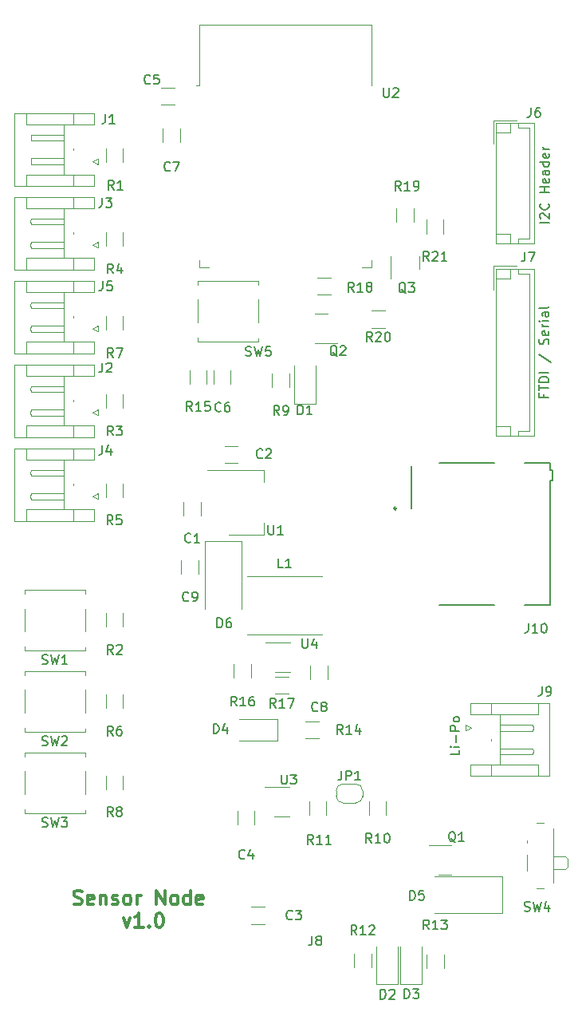
<source format=gbr>
%TF.GenerationSoftware,KiCad,Pcbnew,(6.0.7)*%
%TF.CreationDate,2023-03-03T12:59:51+05:30*%
%TF.ProjectId,ESP32-dev-board,45535033-322d-4646-9576-2d626f617264,rev?*%
%TF.SameCoordinates,Original*%
%TF.FileFunction,Legend,Top*%
%TF.FilePolarity,Positive*%
%FSLAX46Y46*%
G04 Gerber Fmt 4.6, Leading zero omitted, Abs format (unit mm)*
G04 Created by KiCad (PCBNEW (6.0.7)) date 2023-03-03 12:59:51*
%MOMM*%
%LPD*%
G01*
G04 APERTURE LIST*
%ADD10C,0.300000*%
%ADD11C,0.150000*%
%ADD12C,0.120000*%
%ADD13C,0.200000*%
%ADD14C,0.240000*%
G04 APERTURE END LIST*
D10*
X82677857Y-132749642D02*
X82892142Y-132821071D01*
X83249285Y-132821071D01*
X83392142Y-132749642D01*
X83463571Y-132678214D01*
X83535000Y-132535357D01*
X83535000Y-132392500D01*
X83463571Y-132249642D01*
X83392142Y-132178214D01*
X83249285Y-132106785D01*
X82963571Y-132035357D01*
X82820714Y-131963928D01*
X82749285Y-131892500D01*
X82677857Y-131749642D01*
X82677857Y-131606785D01*
X82749285Y-131463928D01*
X82820714Y-131392500D01*
X82963571Y-131321071D01*
X83320714Y-131321071D01*
X83535000Y-131392500D01*
X84749285Y-132749642D02*
X84606428Y-132821071D01*
X84320714Y-132821071D01*
X84177857Y-132749642D01*
X84106428Y-132606785D01*
X84106428Y-132035357D01*
X84177857Y-131892500D01*
X84320714Y-131821071D01*
X84606428Y-131821071D01*
X84749285Y-131892500D01*
X84820714Y-132035357D01*
X84820714Y-132178214D01*
X84106428Y-132321071D01*
X85463571Y-131821071D02*
X85463571Y-132821071D01*
X85463571Y-131963928D02*
X85535000Y-131892500D01*
X85677857Y-131821071D01*
X85892142Y-131821071D01*
X86035000Y-131892500D01*
X86106428Y-132035357D01*
X86106428Y-132821071D01*
X86749285Y-132749642D02*
X86892142Y-132821071D01*
X87177857Y-132821071D01*
X87320714Y-132749642D01*
X87392142Y-132606785D01*
X87392142Y-132535357D01*
X87320714Y-132392500D01*
X87177857Y-132321071D01*
X86963571Y-132321071D01*
X86820714Y-132249642D01*
X86749285Y-132106785D01*
X86749285Y-132035357D01*
X86820714Y-131892500D01*
X86963571Y-131821071D01*
X87177857Y-131821071D01*
X87320714Y-131892500D01*
X88249285Y-132821071D02*
X88106428Y-132749642D01*
X88035000Y-132678214D01*
X87963571Y-132535357D01*
X87963571Y-132106785D01*
X88035000Y-131963928D01*
X88106428Y-131892500D01*
X88249285Y-131821071D01*
X88463571Y-131821071D01*
X88606428Y-131892500D01*
X88677857Y-131963928D01*
X88749285Y-132106785D01*
X88749285Y-132535357D01*
X88677857Y-132678214D01*
X88606428Y-132749642D01*
X88463571Y-132821071D01*
X88249285Y-132821071D01*
X89392142Y-132821071D02*
X89392142Y-131821071D01*
X89392142Y-132106785D02*
X89463571Y-131963928D01*
X89535000Y-131892500D01*
X89677857Y-131821071D01*
X89820714Y-131821071D01*
X91463571Y-132821071D02*
X91463571Y-131321071D01*
X92320714Y-132821071D01*
X92320714Y-131321071D01*
X93249285Y-132821071D02*
X93106428Y-132749642D01*
X93034999Y-132678214D01*
X92963571Y-132535357D01*
X92963571Y-132106785D01*
X93034999Y-131963928D01*
X93106428Y-131892500D01*
X93249285Y-131821071D01*
X93463571Y-131821071D01*
X93606428Y-131892500D01*
X93677857Y-131963928D01*
X93749285Y-132106785D01*
X93749285Y-132535357D01*
X93677857Y-132678214D01*
X93606428Y-132749642D01*
X93463571Y-132821071D01*
X93249285Y-132821071D01*
X95034999Y-132821071D02*
X95034999Y-131321071D01*
X95034999Y-132749642D02*
X94892142Y-132821071D01*
X94606428Y-132821071D01*
X94463571Y-132749642D01*
X94392142Y-132678214D01*
X94320714Y-132535357D01*
X94320714Y-132106785D01*
X94392142Y-131963928D01*
X94463571Y-131892500D01*
X94606428Y-131821071D01*
X94892142Y-131821071D01*
X95034999Y-131892500D01*
X96320714Y-132749642D02*
X96177857Y-132821071D01*
X95892142Y-132821071D01*
X95749285Y-132749642D01*
X95677857Y-132606785D01*
X95677857Y-132035357D01*
X95749285Y-131892500D01*
X95892142Y-131821071D01*
X96177857Y-131821071D01*
X96320714Y-131892500D01*
X96392142Y-132035357D01*
X96392142Y-132178214D01*
X95677857Y-132321071D01*
X87963571Y-134236071D02*
X88320714Y-135236071D01*
X88677857Y-134236071D01*
X90035000Y-135236071D02*
X89177857Y-135236071D01*
X89606428Y-135236071D02*
X89606428Y-133736071D01*
X89463571Y-133950357D01*
X89320714Y-134093214D01*
X89177857Y-134164642D01*
X90677857Y-135093214D02*
X90749285Y-135164642D01*
X90677857Y-135236071D01*
X90606428Y-135164642D01*
X90677857Y-135093214D01*
X90677857Y-135236071D01*
X91677857Y-133736071D02*
X91820714Y-133736071D01*
X91963571Y-133807500D01*
X92035000Y-133878928D01*
X92106428Y-134021785D01*
X92177857Y-134307500D01*
X92177857Y-134664642D01*
X92106428Y-134950357D01*
X92035000Y-135093214D01*
X91963571Y-135164642D01*
X91820714Y-135236071D01*
X91677857Y-135236071D01*
X91535000Y-135164642D01*
X91463571Y-135093214D01*
X91392142Y-134950357D01*
X91320714Y-134664642D01*
X91320714Y-134307500D01*
X91392142Y-134021785D01*
X91463571Y-133878928D01*
X91535000Y-133807500D01*
X91677857Y-133736071D01*
D11*
X123642380Y-116435000D02*
X123642380Y-116911190D01*
X122642380Y-116911190D01*
X123642380Y-116101666D02*
X122975714Y-116101666D01*
X122642380Y-116101666D02*
X122690000Y-116149285D01*
X122737619Y-116101666D01*
X122690000Y-116054047D01*
X122642380Y-116101666D01*
X122737619Y-116101666D01*
X123261428Y-115625476D02*
X123261428Y-114863571D01*
X123642380Y-114387380D02*
X122642380Y-114387380D01*
X122642380Y-114006428D01*
X122690000Y-113911190D01*
X122737619Y-113863571D01*
X122832857Y-113815952D01*
X122975714Y-113815952D01*
X123070952Y-113863571D01*
X123118571Y-113911190D01*
X123166190Y-114006428D01*
X123166190Y-114387380D01*
X123642380Y-113244523D02*
X123594761Y-113339761D01*
X123547142Y-113387380D01*
X123451904Y-113435000D01*
X123166190Y-113435000D01*
X123070952Y-113387380D01*
X123023333Y-113339761D01*
X122975714Y-113244523D01*
X122975714Y-113101666D01*
X123023333Y-113006428D01*
X123070952Y-112958809D01*
X123166190Y-112911190D01*
X123451904Y-112911190D01*
X123547142Y-112958809D01*
X123594761Y-113006428D01*
X123642380Y-113101666D01*
X123642380Y-113244523D01*
X133167380Y-60467380D02*
X132167380Y-60467380D01*
X132262619Y-60038809D02*
X132215000Y-59991190D01*
X132167380Y-59895952D01*
X132167380Y-59657857D01*
X132215000Y-59562619D01*
X132262619Y-59515000D01*
X132357857Y-59467380D01*
X132453095Y-59467380D01*
X132595952Y-59515000D01*
X133167380Y-60086428D01*
X133167380Y-59467380D01*
X133072142Y-58467380D02*
X133119761Y-58515000D01*
X133167380Y-58657857D01*
X133167380Y-58753095D01*
X133119761Y-58895952D01*
X133024523Y-58991190D01*
X132929285Y-59038809D01*
X132738809Y-59086428D01*
X132595952Y-59086428D01*
X132405476Y-59038809D01*
X132310238Y-58991190D01*
X132215000Y-58895952D01*
X132167380Y-58753095D01*
X132167380Y-58657857D01*
X132215000Y-58515000D01*
X132262619Y-58467380D01*
X133167380Y-57276904D02*
X132167380Y-57276904D01*
X132643571Y-57276904D02*
X132643571Y-56705476D01*
X133167380Y-56705476D02*
X132167380Y-56705476D01*
X133119761Y-55848333D02*
X133167380Y-55943571D01*
X133167380Y-56134047D01*
X133119761Y-56229285D01*
X133024523Y-56276904D01*
X132643571Y-56276904D01*
X132548333Y-56229285D01*
X132500714Y-56134047D01*
X132500714Y-55943571D01*
X132548333Y-55848333D01*
X132643571Y-55800714D01*
X132738809Y-55800714D01*
X132834047Y-56276904D01*
X133167380Y-54943571D02*
X132643571Y-54943571D01*
X132548333Y-54991190D01*
X132500714Y-55086428D01*
X132500714Y-55276904D01*
X132548333Y-55372142D01*
X133119761Y-54943571D02*
X133167380Y-55038809D01*
X133167380Y-55276904D01*
X133119761Y-55372142D01*
X133024523Y-55419761D01*
X132929285Y-55419761D01*
X132834047Y-55372142D01*
X132786428Y-55276904D01*
X132786428Y-55038809D01*
X132738809Y-54943571D01*
X133167380Y-54038809D02*
X132167380Y-54038809D01*
X133119761Y-54038809D02*
X133167380Y-54134047D01*
X133167380Y-54324523D01*
X133119761Y-54419761D01*
X133072142Y-54467380D01*
X132976904Y-54515000D01*
X132691190Y-54515000D01*
X132595952Y-54467380D01*
X132548333Y-54419761D01*
X132500714Y-54324523D01*
X132500714Y-54134047D01*
X132548333Y-54038809D01*
X133119761Y-53181666D02*
X133167380Y-53276904D01*
X133167380Y-53467380D01*
X133119761Y-53562619D01*
X133024523Y-53610238D01*
X132643571Y-53610238D01*
X132548333Y-53562619D01*
X132500714Y-53467380D01*
X132500714Y-53276904D01*
X132548333Y-53181666D01*
X132643571Y-53134047D01*
X132738809Y-53134047D01*
X132834047Y-53610238D01*
X133167380Y-52705476D02*
X132500714Y-52705476D01*
X132691190Y-52705476D02*
X132595952Y-52657857D01*
X132548333Y-52610238D01*
X132500714Y-52515000D01*
X132500714Y-52419761D01*
X132571848Y-78663571D02*
X132571848Y-78996904D01*
X133095657Y-78996904D02*
X132095657Y-78996904D01*
X132095657Y-78520714D01*
X132095657Y-78282619D02*
X132095657Y-77711190D01*
X133095657Y-77996904D02*
X132095657Y-77996904D01*
X133095657Y-77377857D02*
X132095657Y-77377857D01*
X132095657Y-77139761D01*
X132143277Y-76996904D01*
X132238515Y-76901666D01*
X132333753Y-76854047D01*
X132524229Y-76806428D01*
X132667086Y-76806428D01*
X132857562Y-76854047D01*
X132952800Y-76901666D01*
X133048038Y-76996904D01*
X133095657Y-77139761D01*
X133095657Y-77377857D01*
X133095657Y-76377857D02*
X132095657Y-76377857D01*
X132048038Y-74425476D02*
X133333753Y-75282619D01*
X133048038Y-73377857D02*
X133095657Y-73235000D01*
X133095657Y-72996904D01*
X133048038Y-72901666D01*
X133000419Y-72854047D01*
X132905181Y-72806428D01*
X132809943Y-72806428D01*
X132714705Y-72854047D01*
X132667086Y-72901666D01*
X132619467Y-72996904D01*
X132571848Y-73187380D01*
X132524229Y-73282619D01*
X132476610Y-73330238D01*
X132381372Y-73377857D01*
X132286134Y-73377857D01*
X132190896Y-73330238D01*
X132143277Y-73282619D01*
X132095657Y-73187380D01*
X132095657Y-72949285D01*
X132143277Y-72806428D01*
X133048038Y-71996904D02*
X133095657Y-72092142D01*
X133095657Y-72282619D01*
X133048038Y-72377857D01*
X132952800Y-72425476D01*
X132571848Y-72425476D01*
X132476610Y-72377857D01*
X132428991Y-72282619D01*
X132428991Y-72092142D01*
X132476610Y-71996904D01*
X132571848Y-71949285D01*
X132667086Y-71949285D01*
X132762324Y-72425476D01*
X133095657Y-71520714D02*
X132428991Y-71520714D01*
X132619467Y-71520714D02*
X132524229Y-71473095D01*
X132476610Y-71425476D01*
X132428991Y-71330238D01*
X132428991Y-71235000D01*
X133095657Y-70901666D02*
X132428991Y-70901666D01*
X132095657Y-70901666D02*
X132143277Y-70949285D01*
X132190896Y-70901666D01*
X132143277Y-70854047D01*
X132095657Y-70901666D01*
X132190896Y-70901666D01*
X133095657Y-69996904D02*
X132571848Y-69996904D01*
X132476610Y-70044523D01*
X132428991Y-70139761D01*
X132428991Y-70330238D01*
X132476610Y-70425476D01*
X133048038Y-69996904D02*
X133095657Y-70092142D01*
X133095657Y-70330238D01*
X133048038Y-70425476D01*
X132952800Y-70473095D01*
X132857562Y-70473095D01*
X132762324Y-70425476D01*
X132714705Y-70330238D01*
X132714705Y-70092142D01*
X132667086Y-69996904D01*
X133095657Y-69377857D02*
X133048038Y-69473095D01*
X132952800Y-69520714D01*
X132095657Y-69520714D01*
%TO.C,U2*%
X115570095Y-46188380D02*
X115570095Y-46997904D01*
X115617714Y-47093142D01*
X115665333Y-47140761D01*
X115760571Y-47188380D01*
X115951047Y-47188380D01*
X116046285Y-47140761D01*
X116093904Y-47093142D01*
X116141523Y-46997904D01*
X116141523Y-46188380D01*
X116570095Y-46283619D02*
X116617714Y-46236000D01*
X116712952Y-46188380D01*
X116951047Y-46188380D01*
X117046285Y-46236000D01*
X117093904Y-46283619D01*
X117141523Y-46378857D01*
X117141523Y-46474095D01*
X117093904Y-46616952D01*
X116522476Y-47188380D01*
X117141523Y-47188380D01*
%TO.C,SW2*%
X79311666Y-115896761D02*
X79454523Y-115944380D01*
X79692619Y-115944380D01*
X79787857Y-115896761D01*
X79835476Y-115849142D01*
X79883095Y-115753904D01*
X79883095Y-115658666D01*
X79835476Y-115563428D01*
X79787857Y-115515809D01*
X79692619Y-115468190D01*
X79502142Y-115420571D01*
X79406904Y-115372952D01*
X79359285Y-115325333D01*
X79311666Y-115230095D01*
X79311666Y-115134857D01*
X79359285Y-115039619D01*
X79406904Y-114992000D01*
X79502142Y-114944380D01*
X79740238Y-114944380D01*
X79883095Y-114992000D01*
X80216428Y-114944380D02*
X80454523Y-115944380D01*
X80645000Y-115230095D01*
X80835476Y-115944380D01*
X81073571Y-114944380D01*
X81406904Y-115039619D02*
X81454523Y-114992000D01*
X81549761Y-114944380D01*
X81787857Y-114944380D01*
X81883095Y-114992000D01*
X81930714Y-115039619D01*
X81978333Y-115134857D01*
X81978333Y-115230095D01*
X81930714Y-115372952D01*
X81359285Y-115944380D01*
X81978333Y-115944380D01*
%TO.C,L1*%
X104898181Y-97099380D02*
X104421990Y-97099380D01*
X104421990Y-96099380D01*
X105755324Y-97099380D02*
X105183895Y-97099380D01*
X105469609Y-97099380D02*
X105469609Y-96099380D01*
X105374371Y-96242238D01*
X105279133Y-96337476D01*
X105183895Y-96385095D01*
%TO.C,J3*%
X85673236Y-57855880D02*
X85673236Y-58570166D01*
X85625617Y-58713023D01*
X85530379Y-58808261D01*
X85387522Y-58855880D01*
X85292284Y-58855880D01*
X86054189Y-57855880D02*
X86673236Y-57855880D01*
X86339903Y-58236833D01*
X86482760Y-58236833D01*
X86577998Y-58284452D01*
X86625617Y-58332071D01*
X86673236Y-58427309D01*
X86673236Y-58665404D01*
X86625617Y-58760642D01*
X86577998Y-58808261D01*
X86482760Y-58855880D01*
X86197046Y-58855880D01*
X86101808Y-58808261D01*
X86054189Y-58760642D01*
%TO.C,Q3*%
X117925860Y-67963018D02*
X117830622Y-67915399D01*
X117735384Y-67820160D01*
X117592527Y-67677303D01*
X117497289Y-67629684D01*
X117402051Y-67629684D01*
X117449670Y-67867779D02*
X117354432Y-67820160D01*
X117259194Y-67724922D01*
X117211575Y-67534446D01*
X117211575Y-67201113D01*
X117259194Y-67010637D01*
X117354432Y-66915399D01*
X117449670Y-66867779D01*
X117640146Y-66867779D01*
X117735384Y-66915399D01*
X117830622Y-67010637D01*
X117878241Y-67201113D01*
X117878241Y-67534446D01*
X117830622Y-67724922D01*
X117735384Y-67820160D01*
X117640146Y-67867779D01*
X117449670Y-67867779D01*
X118211575Y-66867779D02*
X118830622Y-66867779D01*
X118497289Y-67248732D01*
X118640146Y-67248732D01*
X118735384Y-67296351D01*
X118783003Y-67343970D01*
X118830622Y-67439208D01*
X118830622Y-67677303D01*
X118783003Y-67772541D01*
X118735384Y-67820160D01*
X118640146Y-67867779D01*
X118354432Y-67867779D01*
X118259194Y-67820160D01*
X118211575Y-67772541D01*
%TO.C,D6*%
X97891280Y-103432379D02*
X97891280Y-102432379D01*
X98129376Y-102432379D01*
X98272233Y-102479999D01*
X98367471Y-102575237D01*
X98415090Y-102670475D01*
X98462709Y-102860951D01*
X98462709Y-103003808D01*
X98415090Y-103194284D01*
X98367471Y-103289522D01*
X98272233Y-103384760D01*
X98129376Y-103432379D01*
X97891280Y-103432379D01*
X99319852Y-102432379D02*
X99129376Y-102432379D01*
X99034137Y-102479999D01*
X98986518Y-102527618D01*
X98891280Y-102670475D01*
X98843661Y-102860951D01*
X98843661Y-103241903D01*
X98891280Y-103337141D01*
X98938899Y-103384760D01*
X99034137Y-103432379D01*
X99224614Y-103432379D01*
X99319852Y-103384760D01*
X99367471Y-103337141D01*
X99415090Y-103241903D01*
X99415090Y-103003808D01*
X99367471Y-102908570D01*
X99319852Y-102860951D01*
X99224614Y-102813332D01*
X99034137Y-102813332D01*
X98938899Y-102860951D01*
X98891280Y-102908570D01*
X98843661Y-103003808D01*
%TO.C,J10*%
X130934904Y-102980828D02*
X130934904Y-103695114D01*
X130887285Y-103837971D01*
X130792047Y-103933209D01*
X130649189Y-103980828D01*
X130553951Y-103980828D01*
X131934904Y-103980828D02*
X131363475Y-103980828D01*
X131649189Y-103980828D02*
X131649189Y-102980828D01*
X131553951Y-103123686D01*
X131458713Y-103218924D01*
X131363475Y-103266543D01*
X132553951Y-102980828D02*
X132649189Y-102980828D01*
X132744428Y-103028448D01*
X132792047Y-103076067D01*
X132839666Y-103171305D01*
X132887285Y-103361781D01*
X132887285Y-103599876D01*
X132839666Y-103790352D01*
X132792047Y-103885590D01*
X132744428Y-103933209D01*
X132649189Y-103980828D01*
X132553951Y-103980828D01*
X132458713Y-103933209D01*
X132411094Y-103885590D01*
X132363475Y-103790352D01*
X132315856Y-103599876D01*
X132315856Y-103361781D01*
X132363475Y-103171305D01*
X132411094Y-103076067D01*
X132458713Y-103028448D01*
X132553951Y-102980828D01*
%TO.C,R12*%
X112718481Y-136021405D02*
X112385148Y-135545215D01*
X112147053Y-136021405D02*
X112147053Y-135021405D01*
X112528005Y-135021405D01*
X112623243Y-135069025D01*
X112670862Y-135116644D01*
X112718481Y-135211882D01*
X112718481Y-135354739D01*
X112670862Y-135449977D01*
X112623243Y-135497596D01*
X112528005Y-135545215D01*
X112147053Y-135545215D01*
X113670862Y-136021405D02*
X113099434Y-136021405D01*
X113385148Y-136021405D02*
X113385148Y-135021405D01*
X113289910Y-135164263D01*
X113194672Y-135259501D01*
X113099434Y-135307120D01*
X114051815Y-135116644D02*
X114099434Y-135069025D01*
X114194672Y-135021405D01*
X114432767Y-135021405D01*
X114528005Y-135069025D01*
X114575624Y-135116644D01*
X114623243Y-135211882D01*
X114623243Y-135307120D01*
X114575624Y-135449977D01*
X114004196Y-136021405D01*
X114623243Y-136021405D01*
%TO.C,R17*%
X104126109Y-111930785D02*
X103792776Y-111454595D01*
X103554681Y-111930785D02*
X103554681Y-110930785D01*
X103935633Y-110930785D01*
X104030871Y-110978405D01*
X104078490Y-111026024D01*
X104126109Y-111121262D01*
X104126109Y-111264119D01*
X104078490Y-111359357D01*
X104030871Y-111406976D01*
X103935633Y-111454595D01*
X103554681Y-111454595D01*
X105078490Y-111930785D02*
X104507062Y-111930785D01*
X104792776Y-111930785D02*
X104792776Y-110930785D01*
X104697538Y-111073643D01*
X104602300Y-111168881D01*
X104507062Y-111216500D01*
X105411824Y-110930785D02*
X106078490Y-110930785D01*
X105649919Y-111930785D01*
%TO.C,J5*%
X85754175Y-66687380D02*
X85754175Y-67401666D01*
X85706556Y-67544523D01*
X85611318Y-67639761D01*
X85468461Y-67687380D01*
X85373223Y-67687380D01*
X86706556Y-66687380D02*
X86230366Y-66687380D01*
X86182747Y-67163571D01*
X86230366Y-67115952D01*
X86325604Y-67068333D01*
X86563699Y-67068333D01*
X86658937Y-67115952D01*
X86706556Y-67163571D01*
X86754175Y-67258809D01*
X86754175Y-67496904D01*
X86706556Y-67592142D01*
X86658937Y-67639761D01*
X86563699Y-67687380D01*
X86325604Y-67687380D01*
X86230366Y-67639761D01*
X86182747Y-67592142D01*
%TO.C,R13*%
X120405565Y-135447083D02*
X120072232Y-134970893D01*
X119834137Y-135447083D02*
X119834137Y-134447083D01*
X120215089Y-134447083D01*
X120310327Y-134494703D01*
X120357946Y-134542322D01*
X120405565Y-134637560D01*
X120405565Y-134780417D01*
X120357946Y-134875655D01*
X120310327Y-134923274D01*
X120215089Y-134970893D01*
X119834137Y-134970893D01*
X121357946Y-135447083D02*
X120786518Y-135447083D01*
X121072232Y-135447083D02*
X121072232Y-134447083D01*
X120976994Y-134589941D01*
X120881756Y-134685179D01*
X120786518Y-134732798D01*
X121691280Y-134447083D02*
X122310327Y-134447083D01*
X121976994Y-134828036D01*
X122119851Y-134828036D01*
X122215089Y-134875655D01*
X122262708Y-134923274D01*
X122310327Y-135018512D01*
X122310327Y-135256607D01*
X122262708Y-135351845D01*
X122215089Y-135399464D01*
X122119851Y-135447083D01*
X121834137Y-135447083D01*
X121738899Y-135399464D01*
X121691280Y-135351845D01*
%TO.C,D5*%
X118348609Y-132333304D02*
X118348609Y-131333304D01*
X118586705Y-131333304D01*
X118729562Y-131380924D01*
X118824800Y-131476162D01*
X118872419Y-131571400D01*
X118920038Y-131761876D01*
X118920038Y-131904733D01*
X118872419Y-132095209D01*
X118824800Y-132190447D01*
X118729562Y-132285685D01*
X118586705Y-132333304D01*
X118348609Y-132333304D01*
X119824800Y-131333304D02*
X119348609Y-131333304D01*
X119300990Y-131809495D01*
X119348609Y-131761876D01*
X119443847Y-131714257D01*
X119681943Y-131714257D01*
X119777181Y-131761876D01*
X119824800Y-131809495D01*
X119872419Y-131904733D01*
X119872419Y-132142828D01*
X119824800Y-132238066D01*
X119777181Y-132285685D01*
X119681943Y-132333304D01*
X119443847Y-132333304D01*
X119348609Y-132285685D01*
X119300990Y-132238066D01*
%TO.C,C9*%
X94844599Y-100558327D02*
X94796980Y-100605946D01*
X94654123Y-100653565D01*
X94558885Y-100653565D01*
X94416027Y-100605946D01*
X94320789Y-100510708D01*
X94273170Y-100415470D01*
X94225551Y-100224994D01*
X94225551Y-100082137D01*
X94273170Y-99891661D01*
X94320789Y-99796423D01*
X94416027Y-99701185D01*
X94558885Y-99653565D01*
X94654123Y-99653565D01*
X94796980Y-99701185D01*
X94844599Y-99748804D01*
X95320789Y-100653565D02*
X95511266Y-100653565D01*
X95606504Y-100605946D01*
X95654123Y-100558327D01*
X95749361Y-100415470D01*
X95796980Y-100224994D01*
X95796980Y-99844042D01*
X95749361Y-99748804D01*
X95701742Y-99701185D01*
X95606504Y-99653565D01*
X95416027Y-99653565D01*
X95320789Y-99701185D01*
X95273170Y-99748804D01*
X95225551Y-99844042D01*
X95225551Y-100082137D01*
X95273170Y-100177375D01*
X95320789Y-100224994D01*
X95416027Y-100272613D01*
X95606504Y-100272613D01*
X95701742Y-100224994D01*
X95749361Y-100177375D01*
X95796980Y-100082137D01*
%TO.C,R4*%
X86861743Y-65853084D02*
X86528410Y-65376894D01*
X86290314Y-65853084D02*
X86290314Y-64853084D01*
X86671267Y-64853084D01*
X86766505Y-64900704D01*
X86814124Y-64948323D01*
X86861743Y-65043561D01*
X86861743Y-65186418D01*
X86814124Y-65281656D01*
X86766505Y-65329275D01*
X86671267Y-65376894D01*
X86290314Y-65376894D01*
X87718886Y-65186418D02*
X87718886Y-65853084D01*
X87480790Y-64805465D02*
X87242695Y-65519751D01*
X87861743Y-65519751D01*
%TO.C,C2*%
X102703333Y-85379996D02*
X102655714Y-85427615D01*
X102512857Y-85475234D01*
X102417619Y-85475234D01*
X102274761Y-85427615D01*
X102179523Y-85332377D01*
X102131904Y-85237139D01*
X102084285Y-85046663D01*
X102084285Y-84903806D01*
X102131904Y-84713330D01*
X102179523Y-84618092D01*
X102274761Y-84522854D01*
X102417619Y-84475234D01*
X102512857Y-84475234D01*
X102655714Y-84522854D01*
X102703333Y-84570473D01*
X103084285Y-84570473D02*
X103131904Y-84522854D01*
X103227142Y-84475234D01*
X103465238Y-84475234D01*
X103560476Y-84522854D01*
X103608095Y-84570473D01*
X103655714Y-84665711D01*
X103655714Y-84760949D01*
X103608095Y-84903806D01*
X103036666Y-85475234D01*
X103655714Y-85475234D01*
%TO.C,C5*%
X90774252Y-45696674D02*
X90726633Y-45744293D01*
X90583776Y-45791912D01*
X90488538Y-45791912D01*
X90345680Y-45744293D01*
X90250442Y-45649055D01*
X90202823Y-45553817D01*
X90155204Y-45363341D01*
X90155204Y-45220484D01*
X90202823Y-45030008D01*
X90250442Y-44934770D01*
X90345680Y-44839532D01*
X90488538Y-44791912D01*
X90583776Y-44791912D01*
X90726633Y-44839532D01*
X90774252Y-44887151D01*
X91679014Y-44791912D02*
X91202823Y-44791912D01*
X91155204Y-45268103D01*
X91202823Y-45220484D01*
X91298061Y-45172865D01*
X91536157Y-45172865D01*
X91631395Y-45220484D01*
X91679014Y-45268103D01*
X91726633Y-45363341D01*
X91726633Y-45601436D01*
X91679014Y-45696674D01*
X91631395Y-45744293D01*
X91536157Y-45791912D01*
X91298061Y-45791912D01*
X91202823Y-45744293D01*
X91155204Y-45696674D01*
%TO.C,R21*%
X120372142Y-64537380D02*
X120038809Y-64061190D01*
X119800714Y-64537380D02*
X119800714Y-63537380D01*
X120181666Y-63537380D01*
X120276904Y-63585000D01*
X120324523Y-63632619D01*
X120372142Y-63727857D01*
X120372142Y-63870714D01*
X120324523Y-63965952D01*
X120276904Y-64013571D01*
X120181666Y-64061190D01*
X119800714Y-64061190D01*
X120753095Y-63632619D02*
X120800714Y-63585000D01*
X120895952Y-63537380D01*
X121134047Y-63537380D01*
X121229285Y-63585000D01*
X121276904Y-63632619D01*
X121324523Y-63727857D01*
X121324523Y-63823095D01*
X121276904Y-63965952D01*
X120705476Y-64537380D01*
X121324523Y-64537380D01*
X122276904Y-64537380D02*
X121705476Y-64537380D01*
X121991190Y-64537380D02*
X121991190Y-63537380D01*
X121895952Y-63680238D01*
X121800714Y-63775476D01*
X121705476Y-63823095D01*
%TO.C,R1*%
X86922280Y-56978288D02*
X86588947Y-56502098D01*
X86350851Y-56978288D02*
X86350851Y-55978288D01*
X86731804Y-55978288D01*
X86827042Y-56025908D01*
X86874661Y-56073527D01*
X86922280Y-56168765D01*
X86922280Y-56311622D01*
X86874661Y-56406860D01*
X86827042Y-56454479D01*
X86731804Y-56502098D01*
X86350851Y-56502098D01*
X87874661Y-56978288D02*
X87303232Y-56978288D01*
X87588947Y-56978288D02*
X87588947Y-55978288D01*
X87493708Y-56121146D01*
X87398470Y-56216384D01*
X87303232Y-56264003D01*
%TO.C,J1*%
X86026666Y-48982380D02*
X86026666Y-49696666D01*
X85979047Y-49839523D01*
X85883809Y-49934761D01*
X85740952Y-49982380D01*
X85645714Y-49982380D01*
X87026666Y-49982380D02*
X86455238Y-49982380D01*
X86740952Y-49982380D02*
X86740952Y-48982380D01*
X86645714Y-49125238D01*
X86550476Y-49220476D01*
X86455238Y-49268095D01*
%TO.C,C4*%
X100825469Y-127900239D02*
X100777850Y-127947858D01*
X100634993Y-127995477D01*
X100539755Y-127995477D01*
X100396897Y-127947858D01*
X100301659Y-127852620D01*
X100254040Y-127757382D01*
X100206421Y-127566906D01*
X100206421Y-127424049D01*
X100254040Y-127233573D01*
X100301659Y-127138335D01*
X100396897Y-127043097D01*
X100539755Y-126995477D01*
X100634993Y-126995477D01*
X100777850Y-127043097D01*
X100825469Y-127090716D01*
X101682612Y-127328811D02*
X101682612Y-127995477D01*
X101444516Y-126947858D02*
X101206421Y-127662144D01*
X101825469Y-127662144D01*
%TO.C,R3*%
X86844873Y-83034765D02*
X86511540Y-82558575D01*
X86273444Y-83034765D02*
X86273444Y-82034765D01*
X86654397Y-82034765D01*
X86749635Y-82082385D01*
X86797254Y-82130004D01*
X86844873Y-82225242D01*
X86844873Y-82368099D01*
X86797254Y-82463337D01*
X86749635Y-82510956D01*
X86654397Y-82558575D01*
X86273444Y-82558575D01*
X87178206Y-82034765D02*
X87797254Y-82034765D01*
X87463920Y-82415718D01*
X87606778Y-82415718D01*
X87702016Y-82463337D01*
X87749635Y-82510956D01*
X87797254Y-82606194D01*
X87797254Y-82844289D01*
X87749635Y-82939527D01*
X87702016Y-82987146D01*
X87606778Y-83034765D01*
X87321063Y-83034765D01*
X87225825Y-82987146D01*
X87178206Y-82939527D01*
%TO.C,J4*%
X85691270Y-84083217D02*
X85691270Y-84797503D01*
X85643651Y-84940360D01*
X85548413Y-85035598D01*
X85405556Y-85083217D01*
X85310318Y-85083217D01*
X86596032Y-84416551D02*
X86596032Y-85083217D01*
X86357937Y-84035598D02*
X86119842Y-84749884D01*
X86738889Y-84749884D01*
%TO.C,J6*%
X131216666Y-48280296D02*
X131216666Y-48994582D01*
X131169047Y-49137439D01*
X131073809Y-49232677D01*
X130930952Y-49280296D01*
X130835714Y-49280296D01*
X132121428Y-48280296D02*
X131930952Y-48280296D01*
X131835714Y-48327916D01*
X131788095Y-48375535D01*
X131692857Y-48518392D01*
X131645238Y-48708868D01*
X131645238Y-49089820D01*
X131692857Y-49185058D01*
X131740476Y-49232677D01*
X131835714Y-49280296D01*
X132026190Y-49280296D01*
X132121428Y-49232677D01*
X132169047Y-49185058D01*
X132216666Y-49089820D01*
X132216666Y-48851725D01*
X132169047Y-48756487D01*
X132121428Y-48708868D01*
X132026190Y-48661249D01*
X131835714Y-48661249D01*
X131740476Y-48708868D01*
X131692857Y-48756487D01*
X131645238Y-48851725D01*
%TO.C,R7*%
X86844873Y-74795610D02*
X86511540Y-74319420D01*
X86273444Y-74795610D02*
X86273444Y-73795610D01*
X86654397Y-73795610D01*
X86749635Y-73843230D01*
X86797254Y-73890849D01*
X86844873Y-73986087D01*
X86844873Y-74128944D01*
X86797254Y-74224182D01*
X86749635Y-74271801D01*
X86654397Y-74319420D01*
X86273444Y-74319420D01*
X87178206Y-73795610D02*
X87844873Y-73795610D01*
X87416301Y-74795610D01*
%TO.C,Q2*%
X110648761Y-74652619D02*
X110553523Y-74605000D01*
X110458285Y-74509761D01*
X110315428Y-74366904D01*
X110220190Y-74319285D01*
X110124952Y-74319285D01*
X110172571Y-74557380D02*
X110077333Y-74509761D01*
X109982095Y-74414523D01*
X109934476Y-74224047D01*
X109934476Y-73890714D01*
X109982095Y-73700238D01*
X110077333Y-73605000D01*
X110172571Y-73557380D01*
X110363047Y-73557380D01*
X110458285Y-73605000D01*
X110553523Y-73700238D01*
X110601142Y-73890714D01*
X110601142Y-74224047D01*
X110553523Y-74414523D01*
X110458285Y-74509761D01*
X110363047Y-74557380D01*
X110172571Y-74557380D01*
X110982095Y-73652619D02*
X111029714Y-73605000D01*
X111124952Y-73557380D01*
X111363047Y-73557380D01*
X111458285Y-73605000D01*
X111505904Y-73652619D01*
X111553523Y-73747857D01*
X111553523Y-73843095D01*
X111505904Y-73985952D01*
X110934476Y-74557380D01*
X111553523Y-74557380D01*
%TO.C,D3*%
X117780420Y-142780737D02*
X117780420Y-141780737D01*
X118018516Y-141780737D01*
X118161373Y-141828357D01*
X118256611Y-141923595D01*
X118304230Y-142018833D01*
X118351849Y-142209309D01*
X118351849Y-142352166D01*
X118304230Y-142542642D01*
X118256611Y-142637880D01*
X118161373Y-142733118D01*
X118018516Y-142780737D01*
X117780420Y-142780737D01*
X118685182Y-141780737D02*
X119304230Y-141780737D01*
X118970896Y-142161690D01*
X119113754Y-142161690D01*
X119208992Y-142209309D01*
X119256611Y-142256928D01*
X119304230Y-142352166D01*
X119304230Y-142590261D01*
X119256611Y-142685499D01*
X119208992Y-142733118D01*
X119113754Y-142780737D01*
X118828039Y-142780737D01*
X118732801Y-142733118D01*
X118685182Y-142685499D01*
%TO.C,Q1*%
X123214343Y-126209306D02*
X123119105Y-126161687D01*
X123023867Y-126066448D01*
X122881010Y-125923591D01*
X122785772Y-125875972D01*
X122690534Y-125875972D01*
X122738153Y-126114067D02*
X122642915Y-126066448D01*
X122547677Y-125971210D01*
X122500058Y-125780734D01*
X122500058Y-125447401D01*
X122547677Y-125256925D01*
X122642915Y-125161687D01*
X122738153Y-125114067D01*
X122928629Y-125114067D01*
X123023867Y-125161687D01*
X123119105Y-125256925D01*
X123166724Y-125447401D01*
X123166724Y-125780734D01*
X123119105Y-125971210D01*
X123023867Y-126066448D01*
X122928629Y-126114067D01*
X122738153Y-126114067D01*
X124119105Y-126114067D02*
X123547677Y-126114067D01*
X123833391Y-126114067D02*
X123833391Y-125114067D01*
X123738153Y-125256925D01*
X123642915Y-125352163D01*
X123547677Y-125399782D01*
%TO.C,SW5*%
X100936666Y-74572761D02*
X101079523Y-74620380D01*
X101317619Y-74620380D01*
X101412857Y-74572761D01*
X101460476Y-74525142D01*
X101508095Y-74429904D01*
X101508095Y-74334666D01*
X101460476Y-74239428D01*
X101412857Y-74191809D01*
X101317619Y-74144190D01*
X101127142Y-74096571D01*
X101031904Y-74048952D01*
X100984285Y-74001333D01*
X100936666Y-73906095D01*
X100936666Y-73810857D01*
X100984285Y-73715619D01*
X101031904Y-73668000D01*
X101127142Y-73620380D01*
X101365238Y-73620380D01*
X101508095Y-73668000D01*
X101841428Y-73620380D02*
X102079523Y-74620380D01*
X102270000Y-73906095D01*
X102460476Y-74620380D01*
X102698571Y-73620380D01*
X103555714Y-73620380D02*
X103079523Y-73620380D01*
X103031904Y-74096571D01*
X103079523Y-74048952D01*
X103174761Y-74001333D01*
X103412857Y-74001333D01*
X103508095Y-74048952D01*
X103555714Y-74096571D01*
X103603333Y-74191809D01*
X103603333Y-74429904D01*
X103555714Y-74525142D01*
X103508095Y-74572761D01*
X103412857Y-74620380D01*
X103174761Y-74620380D01*
X103079523Y-74572761D01*
X103031904Y-74525142D01*
%TO.C,R14*%
X111223771Y-114735880D02*
X110890438Y-114259690D01*
X110652343Y-114735880D02*
X110652343Y-113735880D01*
X111033295Y-113735880D01*
X111128533Y-113783500D01*
X111176152Y-113831119D01*
X111223771Y-113926357D01*
X111223771Y-114069214D01*
X111176152Y-114164452D01*
X111128533Y-114212071D01*
X111033295Y-114259690D01*
X110652343Y-114259690D01*
X112176152Y-114735880D02*
X111604724Y-114735880D01*
X111890438Y-114735880D02*
X111890438Y-113735880D01*
X111795200Y-113878738D01*
X111699962Y-113973976D01*
X111604724Y-114021595D01*
X113033295Y-114069214D02*
X113033295Y-114735880D01*
X112795200Y-113688261D02*
X112557105Y-114402547D01*
X113176152Y-114402547D01*
%TO.C,R8*%
X86827087Y-123476116D02*
X86493754Y-122999926D01*
X86255658Y-123476116D02*
X86255658Y-122476116D01*
X86636611Y-122476116D01*
X86731849Y-122523736D01*
X86779468Y-122571355D01*
X86827087Y-122666593D01*
X86827087Y-122809450D01*
X86779468Y-122904688D01*
X86731849Y-122952307D01*
X86636611Y-122999926D01*
X86255658Y-122999926D01*
X87398515Y-122904688D02*
X87303277Y-122857069D01*
X87255658Y-122809450D01*
X87208039Y-122714212D01*
X87208039Y-122666593D01*
X87255658Y-122571355D01*
X87303277Y-122523736D01*
X87398515Y-122476116D01*
X87588992Y-122476116D01*
X87684230Y-122523736D01*
X87731849Y-122571355D01*
X87779468Y-122666593D01*
X87779468Y-122714212D01*
X87731849Y-122809450D01*
X87684230Y-122857069D01*
X87588992Y-122904688D01*
X87398515Y-122904688D01*
X87303277Y-122952307D01*
X87255658Y-122999926D01*
X87208039Y-123095164D01*
X87208039Y-123285640D01*
X87255658Y-123380878D01*
X87303277Y-123428497D01*
X87398515Y-123476116D01*
X87588992Y-123476116D01*
X87684230Y-123428497D01*
X87731849Y-123380878D01*
X87779468Y-123285640D01*
X87779468Y-123095164D01*
X87731849Y-122999926D01*
X87684230Y-122952307D01*
X87588992Y-122904688D01*
%TO.C,SW1*%
X79311666Y-107274761D02*
X79454523Y-107322380D01*
X79692619Y-107322380D01*
X79787857Y-107274761D01*
X79835476Y-107227142D01*
X79883095Y-107131904D01*
X79883095Y-107036666D01*
X79835476Y-106941428D01*
X79787857Y-106893809D01*
X79692619Y-106846190D01*
X79502142Y-106798571D01*
X79406904Y-106750952D01*
X79359285Y-106703333D01*
X79311666Y-106608095D01*
X79311666Y-106512857D01*
X79359285Y-106417619D01*
X79406904Y-106370000D01*
X79502142Y-106322380D01*
X79740238Y-106322380D01*
X79883095Y-106370000D01*
X80216428Y-106322380D02*
X80454523Y-107322380D01*
X80645000Y-106608095D01*
X80835476Y-107322380D01*
X81073571Y-106322380D01*
X81978333Y-107322380D02*
X81406904Y-107322380D01*
X81692619Y-107322380D02*
X81692619Y-106322380D01*
X81597380Y-106465238D01*
X81502142Y-106560476D01*
X81406904Y-106608095D01*
%TO.C,JP1*%
X111113292Y-118616335D02*
X111113292Y-119330621D01*
X111065673Y-119473478D01*
X110970435Y-119568716D01*
X110827578Y-119616335D01*
X110732340Y-119616335D01*
X111589483Y-119616335D02*
X111589483Y-118616335D01*
X111970435Y-118616335D01*
X112065673Y-118663955D01*
X112113292Y-118711574D01*
X112160911Y-118806812D01*
X112160911Y-118949669D01*
X112113292Y-119044907D01*
X112065673Y-119092526D01*
X111970435Y-119140145D01*
X111589483Y-119140145D01*
X113113292Y-119616335D02*
X112541864Y-119616335D01*
X112827578Y-119616335D02*
X112827578Y-118616335D01*
X112732340Y-118759193D01*
X112637102Y-118854431D01*
X112541864Y-118902050D01*
%TO.C,R9*%
X104491282Y-80893379D02*
X104157949Y-80417189D01*
X103919853Y-80893379D02*
X103919853Y-79893379D01*
X104300806Y-79893379D01*
X104396044Y-79940999D01*
X104443663Y-79988618D01*
X104491282Y-80083856D01*
X104491282Y-80226713D01*
X104443663Y-80321951D01*
X104396044Y-80369570D01*
X104300806Y-80417189D01*
X103919853Y-80417189D01*
X104967472Y-80893379D02*
X105157949Y-80893379D01*
X105253187Y-80845760D01*
X105300806Y-80798141D01*
X105396044Y-80655284D01*
X105443663Y-80464808D01*
X105443663Y-80083856D01*
X105396044Y-79988618D01*
X105348425Y-79940999D01*
X105253187Y-79893379D01*
X105062710Y-79893379D01*
X104967472Y-79940999D01*
X104919853Y-79988618D01*
X104872234Y-80083856D01*
X104872234Y-80321951D01*
X104919853Y-80417189D01*
X104967472Y-80464808D01*
X105062710Y-80512427D01*
X105253187Y-80512427D01*
X105348425Y-80464808D01*
X105396044Y-80417189D01*
X105443663Y-80321951D01*
%TO.C,C3*%
X105878333Y-134342142D02*
X105830714Y-134389761D01*
X105687857Y-134437380D01*
X105592619Y-134437380D01*
X105449761Y-134389761D01*
X105354523Y-134294523D01*
X105306904Y-134199285D01*
X105259285Y-134008809D01*
X105259285Y-133865952D01*
X105306904Y-133675476D01*
X105354523Y-133580238D01*
X105449761Y-133485000D01*
X105592619Y-133437380D01*
X105687857Y-133437380D01*
X105830714Y-133485000D01*
X105878333Y-133532619D01*
X106211666Y-133437380D02*
X106830714Y-133437380D01*
X106497380Y-133818333D01*
X106640238Y-133818333D01*
X106735476Y-133865952D01*
X106783095Y-133913571D01*
X106830714Y-134008809D01*
X106830714Y-134246904D01*
X106783095Y-134342142D01*
X106735476Y-134389761D01*
X106640238Y-134437380D01*
X106354523Y-134437380D01*
X106259285Y-134389761D01*
X106211666Y-134342142D01*
%TO.C,R11*%
X108103172Y-126397547D02*
X107769839Y-125921357D01*
X107531744Y-126397547D02*
X107531744Y-125397547D01*
X107912696Y-125397547D01*
X108007934Y-125445167D01*
X108055553Y-125492786D01*
X108103172Y-125588024D01*
X108103172Y-125730881D01*
X108055553Y-125826119D01*
X108007934Y-125873738D01*
X107912696Y-125921357D01*
X107531744Y-125921357D01*
X109055553Y-126397547D02*
X108484125Y-126397547D01*
X108769839Y-126397547D02*
X108769839Y-125397547D01*
X108674601Y-125540405D01*
X108579363Y-125635643D01*
X108484125Y-125683262D01*
X110007934Y-126397547D02*
X109436506Y-126397547D01*
X109722220Y-126397547D02*
X109722220Y-125397547D01*
X109626982Y-125540405D01*
X109531744Y-125635643D01*
X109436506Y-125683262D01*
%TO.C,SW3*%
X79311666Y-124532761D02*
X79454523Y-124580380D01*
X79692619Y-124580380D01*
X79787857Y-124532761D01*
X79835476Y-124485142D01*
X79883095Y-124389904D01*
X79883095Y-124294666D01*
X79835476Y-124199428D01*
X79787857Y-124151809D01*
X79692619Y-124104190D01*
X79502142Y-124056571D01*
X79406904Y-124008952D01*
X79359285Y-123961333D01*
X79311666Y-123866095D01*
X79311666Y-123770857D01*
X79359285Y-123675619D01*
X79406904Y-123628000D01*
X79502142Y-123580380D01*
X79740238Y-123580380D01*
X79883095Y-123628000D01*
X80216428Y-123580380D02*
X80454523Y-124580380D01*
X80645000Y-123866095D01*
X80835476Y-124580380D01*
X81073571Y-123580380D01*
X81359285Y-123580380D02*
X81978333Y-123580380D01*
X81645000Y-123961333D01*
X81787857Y-123961333D01*
X81883095Y-124008952D01*
X81930714Y-124056571D01*
X81978333Y-124151809D01*
X81978333Y-124389904D01*
X81930714Y-124485142D01*
X81883095Y-124532761D01*
X81787857Y-124580380D01*
X81502142Y-124580380D01*
X81406904Y-124532761D01*
X81359285Y-124485142D01*
%TO.C,U4*%
X106934095Y-104608380D02*
X106934095Y-105417904D01*
X106981714Y-105513142D01*
X107029333Y-105560761D01*
X107124571Y-105608380D01*
X107315047Y-105608380D01*
X107410285Y-105560761D01*
X107457904Y-105513142D01*
X107505523Y-105417904D01*
X107505523Y-104608380D01*
X108410285Y-104941714D02*
X108410285Y-105608380D01*
X108172190Y-104560761D02*
X107934095Y-105275047D01*
X108553142Y-105275047D01*
%TO.C,C7*%
X92908333Y-54917142D02*
X92860714Y-54964761D01*
X92717857Y-55012380D01*
X92622619Y-55012380D01*
X92479761Y-54964761D01*
X92384523Y-54869523D01*
X92336904Y-54774285D01*
X92289285Y-54583809D01*
X92289285Y-54440952D01*
X92336904Y-54250476D01*
X92384523Y-54155238D01*
X92479761Y-54060000D01*
X92622619Y-54012380D01*
X92717857Y-54012380D01*
X92860714Y-54060000D01*
X92908333Y-54107619D01*
X93241666Y-54012380D02*
X93908333Y-54012380D01*
X93479761Y-55012380D01*
%TO.C,U3*%
X104719953Y-119028729D02*
X104719953Y-119838253D01*
X104767572Y-119933491D01*
X104815191Y-119981110D01*
X104910429Y-120028729D01*
X105100905Y-120028729D01*
X105196143Y-119981110D01*
X105243762Y-119933491D01*
X105291381Y-119838253D01*
X105291381Y-119028729D01*
X105672334Y-119028729D02*
X106291381Y-119028729D01*
X105958048Y-119409682D01*
X106100905Y-119409682D01*
X106196143Y-119457301D01*
X106243762Y-119504920D01*
X106291381Y-119600158D01*
X106291381Y-119838253D01*
X106243762Y-119933491D01*
X106196143Y-119981110D01*
X106100905Y-120028729D01*
X105815191Y-120028729D01*
X105719953Y-119981110D01*
X105672334Y-119933491D01*
%TO.C,SW4*%
X130532686Y-133475463D02*
X130675543Y-133523082D01*
X130913639Y-133523082D01*
X131008877Y-133475463D01*
X131056496Y-133427844D01*
X131104115Y-133332606D01*
X131104115Y-133237368D01*
X131056496Y-133142130D01*
X131008877Y-133094511D01*
X130913639Y-133046892D01*
X130723162Y-132999273D01*
X130627924Y-132951654D01*
X130580305Y-132904035D01*
X130532686Y-132808797D01*
X130532686Y-132713559D01*
X130580305Y-132618321D01*
X130627924Y-132570702D01*
X130723162Y-132523082D01*
X130961258Y-132523082D01*
X131104115Y-132570702D01*
X131437448Y-132523082D02*
X131675543Y-133523082D01*
X131866020Y-132808797D01*
X132056496Y-133523082D01*
X132294591Y-132523082D01*
X133104115Y-132856416D02*
X133104115Y-133523082D01*
X132866020Y-132475463D02*
X132627924Y-133189749D01*
X133246972Y-133189749D01*
%TO.C,R19*%
X117422419Y-57066102D02*
X117089086Y-56589912D01*
X116850991Y-57066102D02*
X116850991Y-56066102D01*
X117231943Y-56066102D01*
X117327181Y-56113722D01*
X117374800Y-56161341D01*
X117422419Y-56256579D01*
X117422419Y-56399436D01*
X117374800Y-56494674D01*
X117327181Y-56542293D01*
X117231943Y-56589912D01*
X116850991Y-56589912D01*
X118374800Y-57066102D02*
X117803372Y-57066102D01*
X118089086Y-57066102D02*
X118089086Y-56066102D01*
X117993848Y-56208960D01*
X117898610Y-56304198D01*
X117803372Y-56351817D01*
X118850991Y-57066102D02*
X119041467Y-57066102D01*
X119136705Y-57018483D01*
X119184324Y-56970864D01*
X119279562Y-56828007D01*
X119327181Y-56637531D01*
X119327181Y-56256579D01*
X119279562Y-56161341D01*
X119231943Y-56113722D01*
X119136705Y-56066102D01*
X118946229Y-56066102D01*
X118850991Y-56113722D01*
X118803372Y-56161341D01*
X118755753Y-56256579D01*
X118755753Y-56494674D01*
X118803372Y-56589912D01*
X118850991Y-56637531D01*
X118946229Y-56685150D01*
X119136705Y-56685150D01*
X119231943Y-56637531D01*
X119279562Y-56589912D01*
X119327181Y-56494674D01*
%TO.C,R10*%
X114305505Y-126251102D02*
X113972172Y-125774912D01*
X113734077Y-126251102D02*
X113734077Y-125251102D01*
X114115029Y-125251102D01*
X114210267Y-125298722D01*
X114257886Y-125346341D01*
X114305505Y-125441579D01*
X114305505Y-125584436D01*
X114257886Y-125679674D01*
X114210267Y-125727293D01*
X114115029Y-125774912D01*
X113734077Y-125774912D01*
X115257886Y-126251102D02*
X114686458Y-126251102D01*
X114972172Y-126251102D02*
X114972172Y-125251102D01*
X114876934Y-125393960D01*
X114781696Y-125489198D01*
X114686458Y-125536817D01*
X115876934Y-125251102D02*
X115972172Y-125251102D01*
X116067410Y-125298722D01*
X116115029Y-125346341D01*
X116162648Y-125441579D01*
X116210267Y-125632055D01*
X116210267Y-125870150D01*
X116162648Y-126060626D01*
X116115029Y-126155864D01*
X116067410Y-126203483D01*
X115972172Y-126251102D01*
X115876934Y-126251102D01*
X115781696Y-126203483D01*
X115734077Y-126155864D01*
X115686458Y-126060626D01*
X115638839Y-125870150D01*
X115638839Y-125632055D01*
X115686458Y-125441579D01*
X115734077Y-125346341D01*
X115781696Y-125298722D01*
X115876934Y-125251102D01*
%TO.C,J7*%
X130575660Y-63580702D02*
X130575660Y-64294988D01*
X130528041Y-64437845D01*
X130432803Y-64533083D01*
X130289946Y-64580702D01*
X130194708Y-64580702D01*
X130956613Y-63580702D02*
X131623279Y-63580702D01*
X131194708Y-64580702D01*
%TO.C,J8*%
X107972411Y-136141141D02*
X107972411Y-136855427D01*
X107924792Y-136998284D01*
X107829554Y-137093522D01*
X107686697Y-137141141D01*
X107591459Y-137141141D01*
X108591459Y-136569713D02*
X108496221Y-136522094D01*
X108448602Y-136474475D01*
X108400983Y-136379237D01*
X108400983Y-136331618D01*
X108448602Y-136236380D01*
X108496221Y-136188761D01*
X108591459Y-136141141D01*
X108781935Y-136141141D01*
X108877173Y-136188761D01*
X108924792Y-136236380D01*
X108972411Y-136331618D01*
X108972411Y-136379237D01*
X108924792Y-136474475D01*
X108877173Y-136522094D01*
X108781935Y-136569713D01*
X108591459Y-136569713D01*
X108496221Y-136617332D01*
X108448602Y-136664951D01*
X108400983Y-136760189D01*
X108400983Y-136950665D01*
X108448602Y-137045903D01*
X108496221Y-137093522D01*
X108591459Y-137141141D01*
X108781935Y-137141141D01*
X108877173Y-137093522D01*
X108924792Y-137045903D01*
X108972411Y-136950665D01*
X108972411Y-136760189D01*
X108924792Y-136664951D01*
X108877173Y-136617332D01*
X108781935Y-136569713D01*
%TO.C,R15*%
X95242142Y-80462380D02*
X94908809Y-79986190D01*
X94670714Y-80462380D02*
X94670714Y-79462380D01*
X95051666Y-79462380D01*
X95146904Y-79510000D01*
X95194523Y-79557619D01*
X95242142Y-79652857D01*
X95242142Y-79795714D01*
X95194523Y-79890952D01*
X95146904Y-79938571D01*
X95051666Y-79986190D01*
X94670714Y-79986190D01*
X96194523Y-80462380D02*
X95623095Y-80462380D01*
X95908809Y-80462380D02*
X95908809Y-79462380D01*
X95813571Y-79605238D01*
X95718333Y-79700476D01*
X95623095Y-79748095D01*
X97099285Y-79462380D02*
X96623095Y-79462380D01*
X96575476Y-79938571D01*
X96623095Y-79890952D01*
X96718333Y-79843333D01*
X96956428Y-79843333D01*
X97051666Y-79890952D01*
X97099285Y-79938571D01*
X97146904Y-80033809D01*
X97146904Y-80271904D01*
X97099285Y-80367142D01*
X97051666Y-80414761D01*
X96956428Y-80462380D01*
X96718333Y-80462380D01*
X96623095Y-80414761D01*
X96575476Y-80367142D01*
%TO.C,R20*%
X114357866Y-73091224D02*
X114024533Y-72615034D01*
X113786438Y-73091224D02*
X113786438Y-72091224D01*
X114167390Y-72091224D01*
X114262628Y-72138844D01*
X114310247Y-72186463D01*
X114357866Y-72281701D01*
X114357866Y-72424558D01*
X114310247Y-72519796D01*
X114262628Y-72567415D01*
X114167390Y-72615034D01*
X113786438Y-72615034D01*
X114738819Y-72186463D02*
X114786438Y-72138844D01*
X114881676Y-72091224D01*
X115119771Y-72091224D01*
X115215009Y-72138844D01*
X115262628Y-72186463D01*
X115310247Y-72281701D01*
X115310247Y-72376939D01*
X115262628Y-72519796D01*
X114691200Y-73091224D01*
X115310247Y-73091224D01*
X115929295Y-72091224D02*
X116024533Y-72091224D01*
X116119771Y-72138844D01*
X116167390Y-72186463D01*
X116215009Y-72281701D01*
X116262628Y-72472177D01*
X116262628Y-72710272D01*
X116215009Y-72900748D01*
X116167390Y-72995986D01*
X116119771Y-73043605D01*
X116024533Y-73091224D01*
X115929295Y-73091224D01*
X115834057Y-73043605D01*
X115786438Y-72995986D01*
X115738819Y-72900748D01*
X115691200Y-72710272D01*
X115691200Y-72472177D01*
X115738819Y-72281701D01*
X115786438Y-72186463D01*
X115834057Y-72138844D01*
X115929295Y-72091224D01*
%TO.C,J2*%
X85707162Y-75355164D02*
X85707162Y-76069450D01*
X85659543Y-76212307D01*
X85564305Y-76307545D01*
X85421448Y-76355164D01*
X85326210Y-76355164D01*
X86135734Y-75450403D02*
X86183353Y-75402784D01*
X86278591Y-75355164D01*
X86516686Y-75355164D01*
X86611924Y-75402784D01*
X86659543Y-75450403D01*
X86707162Y-75545641D01*
X86707162Y-75640879D01*
X86659543Y-75783736D01*
X86088115Y-76355164D01*
X86707162Y-76355164D01*
%TO.C,R2*%
X86842652Y-106257699D02*
X86509319Y-105781509D01*
X86271223Y-106257699D02*
X86271223Y-105257699D01*
X86652176Y-105257699D01*
X86747414Y-105305319D01*
X86795033Y-105352938D01*
X86842652Y-105448176D01*
X86842652Y-105591033D01*
X86795033Y-105686271D01*
X86747414Y-105733890D01*
X86652176Y-105781509D01*
X86271223Y-105781509D01*
X87223604Y-105352938D02*
X87271223Y-105305319D01*
X87366461Y-105257699D01*
X87604557Y-105257699D01*
X87699795Y-105305319D01*
X87747414Y-105352938D01*
X87795033Y-105448176D01*
X87795033Y-105543414D01*
X87747414Y-105686271D01*
X87175985Y-106257699D01*
X87795033Y-106257699D01*
%TO.C,D4*%
X97509102Y-114636614D02*
X97509102Y-113636614D01*
X97747198Y-113636614D01*
X97890055Y-113684234D01*
X97985293Y-113779472D01*
X98032912Y-113874710D01*
X98080531Y-114065186D01*
X98080531Y-114208043D01*
X98032912Y-114398519D01*
X97985293Y-114493757D01*
X97890055Y-114588995D01*
X97747198Y-114636614D01*
X97509102Y-114636614D01*
X98937674Y-113969948D02*
X98937674Y-114636614D01*
X98699578Y-113588995D02*
X98461483Y-114303281D01*
X99080531Y-114303281D01*
%TO.C,J9*%
X132381666Y-109688380D02*
X132381666Y-110402666D01*
X132334047Y-110545523D01*
X132238809Y-110640761D01*
X132095952Y-110688380D01*
X132000714Y-110688380D01*
X132905476Y-110688380D02*
X133095952Y-110688380D01*
X133191190Y-110640761D01*
X133238809Y-110593142D01*
X133334047Y-110450285D01*
X133381666Y-110259809D01*
X133381666Y-109878857D01*
X133334047Y-109783619D01*
X133286428Y-109736000D01*
X133191190Y-109688380D01*
X133000714Y-109688380D01*
X132905476Y-109736000D01*
X132857857Y-109783619D01*
X132810238Y-109878857D01*
X132810238Y-110116952D01*
X132857857Y-110212190D01*
X132905476Y-110259809D01*
X133000714Y-110307428D01*
X133191190Y-110307428D01*
X133286428Y-110259809D01*
X133334047Y-110212190D01*
X133381666Y-110116952D01*
%TO.C,R16*%
X99960119Y-111733449D02*
X99626786Y-111257259D01*
X99388691Y-111733449D02*
X99388691Y-110733449D01*
X99769643Y-110733449D01*
X99864881Y-110781069D01*
X99912500Y-110828688D01*
X99960119Y-110923926D01*
X99960119Y-111066783D01*
X99912500Y-111162021D01*
X99864881Y-111209640D01*
X99769643Y-111257259D01*
X99388691Y-111257259D01*
X100912500Y-111733449D02*
X100341072Y-111733449D01*
X100626786Y-111733449D02*
X100626786Y-110733449D01*
X100531548Y-110876307D01*
X100436310Y-110971545D01*
X100341072Y-111019164D01*
X101769643Y-110733449D02*
X101579167Y-110733449D01*
X101483929Y-110781069D01*
X101436310Y-110828688D01*
X101341072Y-110971545D01*
X101293453Y-111162021D01*
X101293453Y-111542973D01*
X101341072Y-111638211D01*
X101388691Y-111685830D01*
X101483929Y-111733449D01*
X101674405Y-111733449D01*
X101769643Y-111685830D01*
X101817262Y-111638211D01*
X101864881Y-111542973D01*
X101864881Y-111304878D01*
X101817262Y-111209640D01*
X101769643Y-111162021D01*
X101674405Y-111114402D01*
X101483929Y-111114402D01*
X101388691Y-111162021D01*
X101341072Y-111209640D01*
X101293453Y-111304878D01*
%TO.C,C8*%
X108556187Y-112236724D02*
X108508568Y-112284343D01*
X108365711Y-112331962D01*
X108270473Y-112331962D01*
X108127615Y-112284343D01*
X108032377Y-112189105D01*
X107984758Y-112093867D01*
X107937139Y-111903391D01*
X107937139Y-111760534D01*
X107984758Y-111570058D01*
X108032377Y-111474820D01*
X108127615Y-111379582D01*
X108270473Y-111331962D01*
X108365711Y-111331962D01*
X108508568Y-111379582D01*
X108556187Y-111427201D01*
X109127615Y-111760534D02*
X109032377Y-111712915D01*
X108984758Y-111665296D01*
X108937139Y-111570058D01*
X108937139Y-111522439D01*
X108984758Y-111427201D01*
X109032377Y-111379582D01*
X109127615Y-111331962D01*
X109318092Y-111331962D01*
X109413330Y-111379582D01*
X109460949Y-111427201D01*
X109508568Y-111522439D01*
X109508568Y-111570058D01*
X109460949Y-111665296D01*
X109413330Y-111712915D01*
X109318092Y-111760534D01*
X109127615Y-111760534D01*
X109032377Y-111808153D01*
X108984758Y-111855772D01*
X108937139Y-111951010D01*
X108937139Y-112141486D01*
X108984758Y-112236724D01*
X109032377Y-112284343D01*
X109127615Y-112331962D01*
X109318092Y-112331962D01*
X109413330Y-112284343D01*
X109460949Y-112236724D01*
X109508568Y-112141486D01*
X109508568Y-111951010D01*
X109460949Y-111855772D01*
X109413330Y-111808153D01*
X109318092Y-111760534D01*
%TO.C,U1*%
X103321193Y-92559527D02*
X103321193Y-93369051D01*
X103368812Y-93464289D01*
X103416431Y-93511908D01*
X103511669Y-93559527D01*
X103702145Y-93559527D01*
X103797383Y-93511908D01*
X103845002Y-93464289D01*
X103892621Y-93369051D01*
X103892621Y-92559527D01*
X104892621Y-93559527D02*
X104321193Y-93559527D01*
X104606907Y-93559527D02*
X104606907Y-92559527D01*
X104511669Y-92702385D01*
X104416431Y-92797623D01*
X104321193Y-92845242D01*
%TO.C,R6*%
X86841364Y-114890341D02*
X86508031Y-114414151D01*
X86269935Y-114890341D02*
X86269935Y-113890341D01*
X86650888Y-113890341D01*
X86746126Y-113937961D01*
X86793745Y-113985580D01*
X86841364Y-114080818D01*
X86841364Y-114223675D01*
X86793745Y-114318913D01*
X86746126Y-114366532D01*
X86650888Y-114414151D01*
X86269935Y-114414151D01*
X87698507Y-113890341D02*
X87508031Y-113890341D01*
X87412792Y-113937961D01*
X87365173Y-113985580D01*
X87269935Y-114128437D01*
X87222316Y-114318913D01*
X87222316Y-114699865D01*
X87269935Y-114795103D01*
X87317554Y-114842722D01*
X87412792Y-114890341D01*
X87603269Y-114890341D01*
X87698507Y-114842722D01*
X87746126Y-114795103D01*
X87793745Y-114699865D01*
X87793745Y-114461770D01*
X87746126Y-114366532D01*
X87698507Y-114318913D01*
X87603269Y-114271294D01*
X87412792Y-114271294D01*
X87317554Y-114318913D01*
X87269935Y-114366532D01*
X87222316Y-114461770D01*
%TO.C,D2*%
X115240148Y-142824915D02*
X115240148Y-141824915D01*
X115478244Y-141824915D01*
X115621101Y-141872535D01*
X115716339Y-141967773D01*
X115763958Y-142063011D01*
X115811577Y-142253487D01*
X115811577Y-142396344D01*
X115763958Y-142586820D01*
X115716339Y-142682058D01*
X115621101Y-142777296D01*
X115478244Y-142824915D01*
X115240148Y-142824915D01*
X116192529Y-141920154D02*
X116240148Y-141872535D01*
X116335386Y-141824915D01*
X116573482Y-141824915D01*
X116668720Y-141872535D01*
X116716339Y-141920154D01*
X116763958Y-142015392D01*
X116763958Y-142110630D01*
X116716339Y-142253487D01*
X116144910Y-142824915D01*
X116763958Y-142824915D01*
%TO.C,R18*%
X112414006Y-67811877D02*
X112080673Y-67335687D01*
X111842578Y-67811877D02*
X111842578Y-66811877D01*
X112223530Y-66811877D01*
X112318768Y-66859497D01*
X112366387Y-66907116D01*
X112414006Y-67002354D01*
X112414006Y-67145211D01*
X112366387Y-67240449D01*
X112318768Y-67288068D01*
X112223530Y-67335687D01*
X111842578Y-67335687D01*
X113366387Y-67811877D02*
X112794959Y-67811877D01*
X113080673Y-67811877D02*
X113080673Y-66811877D01*
X112985435Y-66954735D01*
X112890197Y-67049973D01*
X112794959Y-67097592D01*
X113937816Y-67240449D02*
X113842578Y-67192830D01*
X113794959Y-67145211D01*
X113747340Y-67049973D01*
X113747340Y-67002354D01*
X113794959Y-66907116D01*
X113842578Y-66859497D01*
X113937816Y-66811877D01*
X114128292Y-66811877D01*
X114223530Y-66859497D01*
X114271149Y-66907116D01*
X114318768Y-67002354D01*
X114318768Y-67049973D01*
X114271149Y-67145211D01*
X114223530Y-67192830D01*
X114128292Y-67240449D01*
X113937816Y-67240449D01*
X113842578Y-67288068D01*
X113794959Y-67335687D01*
X113747340Y-67430925D01*
X113747340Y-67621401D01*
X113794959Y-67716639D01*
X113842578Y-67764258D01*
X113937816Y-67811877D01*
X114128292Y-67811877D01*
X114223530Y-67764258D01*
X114271149Y-67716639D01*
X114318768Y-67621401D01*
X114318768Y-67430925D01*
X114271149Y-67335687D01*
X114223530Y-67288068D01*
X114128292Y-67240449D01*
%TO.C,C1*%
X95083333Y-94337142D02*
X95035714Y-94384761D01*
X94892857Y-94432380D01*
X94797619Y-94432380D01*
X94654761Y-94384761D01*
X94559523Y-94289523D01*
X94511904Y-94194285D01*
X94464285Y-94003809D01*
X94464285Y-93860952D01*
X94511904Y-93670476D01*
X94559523Y-93575238D01*
X94654761Y-93480000D01*
X94797619Y-93432380D01*
X94892857Y-93432380D01*
X95035714Y-93480000D01*
X95083333Y-93527619D01*
X96035714Y-94432380D02*
X95464285Y-94432380D01*
X95750000Y-94432380D02*
X95750000Y-93432380D01*
X95654761Y-93575238D01*
X95559523Y-93670476D01*
X95464285Y-93718095D01*
%TO.C,D1*%
X106449904Y-80843380D02*
X106449904Y-79843380D01*
X106688000Y-79843380D01*
X106830857Y-79891000D01*
X106926095Y-79986238D01*
X106973714Y-80081476D01*
X107021333Y-80271952D01*
X107021333Y-80414809D01*
X106973714Y-80605285D01*
X106926095Y-80700523D01*
X106830857Y-80795761D01*
X106688000Y-80843380D01*
X106449904Y-80843380D01*
X107973714Y-80843380D02*
X107402285Y-80843380D01*
X107688000Y-80843380D02*
X107688000Y-79843380D01*
X107592761Y-79986238D01*
X107497523Y-80081476D01*
X107402285Y-80129095D01*
%TO.C,R5*%
X86808820Y-92510722D02*
X86475487Y-92034532D01*
X86237391Y-92510722D02*
X86237391Y-91510722D01*
X86618344Y-91510722D01*
X86713582Y-91558342D01*
X86761201Y-91605961D01*
X86808820Y-91701199D01*
X86808820Y-91844056D01*
X86761201Y-91939294D01*
X86713582Y-91986913D01*
X86618344Y-92034532D01*
X86237391Y-92034532D01*
X87713582Y-91510722D02*
X87237391Y-91510722D01*
X87189772Y-91986913D01*
X87237391Y-91939294D01*
X87332629Y-91891675D01*
X87570725Y-91891675D01*
X87665963Y-91939294D01*
X87713582Y-91986913D01*
X87761201Y-92082151D01*
X87761201Y-92320246D01*
X87713582Y-92415484D01*
X87665963Y-92463103D01*
X87570725Y-92510722D01*
X87332629Y-92510722D01*
X87237391Y-92463103D01*
X87189772Y-92415484D01*
%TO.C,C6*%
X98289438Y-80435376D02*
X98241819Y-80482995D01*
X98098962Y-80530614D01*
X98003724Y-80530614D01*
X97860866Y-80482995D01*
X97765628Y-80387757D01*
X97718009Y-80292519D01*
X97670390Y-80102043D01*
X97670390Y-79959186D01*
X97718009Y-79768710D01*
X97765628Y-79673472D01*
X97860866Y-79578234D01*
X98003724Y-79530614D01*
X98098962Y-79530614D01*
X98241819Y-79578234D01*
X98289438Y-79625853D01*
X99146581Y-79530614D02*
X98956105Y-79530614D01*
X98860866Y-79578234D01*
X98813247Y-79625853D01*
X98718009Y-79768710D01*
X98670390Y-79959186D01*
X98670390Y-80340138D01*
X98718009Y-80435376D01*
X98765628Y-80482995D01*
X98860866Y-80530614D01*
X99051343Y-80530614D01*
X99146581Y-80482995D01*
X99194200Y-80435376D01*
X99241819Y-80340138D01*
X99241819Y-80102043D01*
X99194200Y-80006805D01*
X99146581Y-79959186D01*
X99051343Y-79911567D01*
X98860866Y-79911567D01*
X98765628Y-79959186D01*
X98718009Y-80006805D01*
X98670390Y-80102043D01*
D12*
%TO.C,U2*%
X96020000Y-65245000D02*
X97020000Y-65245000D01*
X114260000Y-39500000D02*
X114260000Y-45920000D01*
X96020000Y-64465000D02*
X96020000Y-65245000D01*
X114260000Y-64465000D02*
X114260000Y-65245000D01*
X96020000Y-39500000D02*
X114260000Y-39500000D01*
X114260000Y-65245000D02*
X113260000Y-65245000D01*
X96020000Y-45920000D02*
X95640000Y-45920000D01*
X96020000Y-39500000D02*
X96020000Y-45920000D01*
%TO.C,SW2*%
X77435000Y-110052000D02*
X77435000Y-112452000D01*
X83855000Y-112452000D02*
X83855000Y-110052000D01*
X77435000Y-114462000D02*
X83855000Y-114462000D01*
X77435000Y-108042000D02*
X77435000Y-108452000D01*
X83855000Y-108452000D02*
X83855000Y-108042000D01*
X83855000Y-114462000D02*
X83855000Y-114182000D01*
X77435000Y-114052000D02*
X77435000Y-114462000D01*
X83855000Y-108042000D02*
X77435000Y-108042000D01*
%TO.C,L1*%
X109064848Y-97992000D02*
X101064848Y-97992000D01*
X109064848Y-104192000D02*
X101064848Y-104192000D01*
%TO.C,J3*%
X78167500Y-60665000D02*
X78087500Y-60345000D01*
X82587500Y-64235000D02*
X82587500Y-65455000D01*
X81587500Y-63165000D02*
X78167500Y-63165000D01*
X84787500Y-64235000D02*
X84787500Y-65455000D01*
X81587500Y-60345000D02*
X81587500Y-60665000D01*
X77587500Y-58955000D02*
X82587500Y-58955000D01*
X77587500Y-64235000D02*
X82587500Y-64235000D01*
X82587500Y-58955000D02*
X82587500Y-57735000D01*
X84787500Y-65455000D02*
X76367500Y-65455000D01*
X76367500Y-65455000D02*
X76367500Y-57735000D01*
X77587500Y-57735000D02*
X77587500Y-58955000D01*
X81587500Y-60025000D02*
X81587500Y-60345000D01*
X85277500Y-63145000D02*
X85277500Y-62545000D01*
X84677500Y-62845000D02*
X85277500Y-63145000D01*
X82587500Y-64235000D02*
X84787500Y-64235000D01*
X84787500Y-57735000D02*
X84787500Y-58955000D01*
X85277500Y-62545000D02*
X84677500Y-62845000D01*
X82587500Y-61675000D02*
X82587500Y-61515000D01*
X84787500Y-58955000D02*
X82587500Y-58955000D01*
X77587500Y-65455000D02*
X77587500Y-64235000D01*
X78167500Y-62525000D02*
X81587500Y-62525000D01*
X81587500Y-64235000D02*
X81587500Y-58955000D01*
X78087500Y-62845000D02*
X78167500Y-62525000D01*
X78167500Y-63165000D02*
X78087500Y-62845000D01*
X81587500Y-62845000D02*
X81587500Y-63165000D01*
X81587500Y-60665000D02*
X78167500Y-60665000D01*
X78087500Y-60345000D02*
X78167500Y-60025000D01*
X81587500Y-62525000D02*
X81587500Y-62845000D01*
X78167500Y-60025000D02*
X81587500Y-60025000D01*
X76367500Y-57735000D02*
X84787500Y-57735000D01*
%TO.C,Q3*%
X116280000Y-64720000D02*
X116280000Y-66395000D01*
X116280000Y-64720000D02*
X116280000Y-64070000D01*
X119400000Y-64720000D02*
X119400000Y-64070000D01*
X119400000Y-64720000D02*
X119400000Y-65370000D01*
%TO.C,D6*%
X96617000Y-94297115D02*
X96617000Y-101457115D01*
X100487000Y-94297115D02*
X96617000Y-94297115D01*
X100487000Y-101457115D02*
X100487000Y-94297115D01*
D13*
%TO.C,J10*%
X133538000Y-87800000D02*
X133538000Y-86700000D01*
X133288000Y-86000000D02*
X130508000Y-86000000D01*
X133288000Y-87800000D02*
X133538000Y-87800000D01*
X133288000Y-101050000D02*
X133288000Y-87800000D01*
X133538000Y-86700000D02*
X133288000Y-86700000D01*
X133288000Y-101050000D02*
X130508000Y-101050000D01*
X127308000Y-86000000D02*
X121508000Y-86000000D01*
X127308000Y-101050000D02*
X121508000Y-101050000D01*
X133288000Y-86700000D02*
X133288000Y-86000000D01*
X118538000Y-90800000D02*
X118538000Y-86300000D01*
D14*
X116928000Y-90800000D02*
G75*
G03*
X116928000Y-90800000I-120000J0D01*
G01*
D12*
%TO.C,R12*%
X112466156Y-139507315D02*
X112466156Y-138053187D01*
X114286156Y-139507315D02*
X114286156Y-138053187D01*
%TO.C,R17*%
X105511494Y-108635032D02*
X104057366Y-108635032D01*
X105511494Y-110455032D02*
X104057366Y-110455032D01*
%TO.C,J5*%
X81587500Y-72055000D02*
X78167500Y-72055000D01*
X78167500Y-69555000D02*
X78087500Y-69235000D01*
X77587500Y-74345000D02*
X77587500Y-73125000D01*
X78167500Y-68915000D02*
X81587500Y-68915000D01*
X78087500Y-71735000D02*
X78167500Y-71415000D01*
X81587500Y-73125000D02*
X81587500Y-67845000D01*
X78087500Y-69235000D02*
X78167500Y-68915000D01*
X85277500Y-71435000D02*
X84677500Y-71735000D01*
X82587500Y-73125000D02*
X84787500Y-73125000D01*
X77587500Y-66625000D02*
X77587500Y-67845000D01*
X84787500Y-74345000D02*
X76367500Y-74345000D01*
X85277500Y-72035000D02*
X85277500Y-71435000D01*
X82587500Y-73125000D02*
X82587500Y-74345000D01*
X78167500Y-72055000D02*
X78087500Y-71735000D01*
X81587500Y-71735000D02*
X81587500Y-72055000D01*
X81587500Y-69235000D02*
X81587500Y-69555000D01*
X77587500Y-67845000D02*
X82587500Y-67845000D01*
X82587500Y-67845000D02*
X82587500Y-66625000D01*
X84677500Y-71735000D02*
X85277500Y-72035000D01*
X84787500Y-67845000D02*
X82587500Y-67845000D01*
X76367500Y-66625000D02*
X84787500Y-66625000D01*
X84787500Y-66625000D02*
X84787500Y-67845000D01*
X81587500Y-71415000D02*
X81587500Y-71735000D01*
X81587500Y-69555000D02*
X78167500Y-69555000D01*
X84787500Y-73125000D02*
X84787500Y-74345000D01*
X81587500Y-68915000D02*
X81587500Y-69235000D01*
X77587500Y-73125000D02*
X82587500Y-73125000D01*
X76367500Y-74345000D02*
X76367500Y-66625000D01*
X82587500Y-70565000D02*
X82587500Y-70405000D01*
X78167500Y-71415000D02*
X81587500Y-71415000D01*
%TO.C,R13*%
X120171204Y-139586822D02*
X120171204Y-138132694D01*
X121991204Y-139586822D02*
X121991204Y-138132694D01*
%TO.C,D5*%
X128159585Y-129862543D02*
X120999585Y-129862543D01*
X128159585Y-133732543D02*
X128159585Y-129862543D01*
X120999585Y-133732543D02*
X128159585Y-133732543D01*
%TO.C,C9*%
X95906000Y-96316748D02*
X95906000Y-97739252D01*
X94086000Y-96316748D02*
X94086000Y-97739252D01*
%TO.C,R4*%
X86085000Y-61502936D02*
X86085000Y-62957064D01*
X87905000Y-61502936D02*
X87905000Y-62957064D01*
%TO.C,C2*%
X100105259Y-84180000D02*
X98682755Y-84180000D01*
X100105259Y-86000000D02*
X98682755Y-86000000D01*
%TO.C,C5*%
X93359452Y-47986897D02*
X91936948Y-47986897D01*
X93359452Y-46166897D02*
X91936948Y-46166897D01*
%TO.C,R21*%
X121925000Y-61637064D02*
X121925000Y-60182936D01*
X120105000Y-61637064D02*
X120105000Y-60182936D01*
%TO.C,R1*%
X87905000Y-52612936D02*
X87905000Y-54067064D01*
X86085000Y-52612936D02*
X86085000Y-54067064D01*
%TO.C,J1*%
X82595000Y-55365000D02*
X84795000Y-55365000D01*
X78175000Y-51795000D02*
X78095000Y-51475000D01*
X78095000Y-53975000D02*
X78175000Y-53655000D01*
X85285000Y-54275000D02*
X85285000Y-53675000D01*
X77595000Y-48865000D02*
X77595000Y-50085000D01*
X76375000Y-56585000D02*
X76375000Y-48865000D01*
X81595000Y-51475000D02*
X81595000Y-51795000D01*
X81595000Y-51795000D02*
X78175000Y-51795000D01*
X84795000Y-48865000D02*
X84795000Y-50085000D01*
X84685000Y-53975000D02*
X85285000Y-54275000D01*
X77595000Y-55365000D02*
X82595000Y-55365000D01*
X85285000Y-53675000D02*
X84685000Y-53975000D01*
X82595000Y-50085000D02*
X82595000Y-48865000D01*
X77595000Y-50085000D02*
X82595000Y-50085000D01*
X78095000Y-51475000D02*
X78175000Y-51155000D01*
X76375000Y-48865000D02*
X84795000Y-48865000D01*
X81595000Y-53975000D02*
X81595000Y-54295000D01*
X84795000Y-50085000D02*
X82595000Y-50085000D01*
X81595000Y-55365000D02*
X81595000Y-50085000D01*
X78175000Y-51155000D02*
X81595000Y-51155000D01*
X81595000Y-54295000D02*
X78175000Y-54295000D01*
X78175000Y-53655000D02*
X81595000Y-53655000D01*
X78175000Y-54295000D02*
X78095000Y-53975000D01*
X84795000Y-56585000D02*
X76375000Y-56585000D01*
X82595000Y-52805000D02*
X82595000Y-52645000D01*
X84795000Y-55365000D02*
X84795000Y-56585000D01*
X82595000Y-55365000D02*
X82595000Y-56585000D01*
X77595000Y-56585000D02*
X77595000Y-55365000D01*
X81595000Y-51155000D02*
X81595000Y-51475000D01*
X81595000Y-53655000D02*
X81595000Y-53975000D01*
%TO.C,C4*%
X101875000Y-124282252D02*
X101875000Y-122859748D01*
X100055000Y-124282252D02*
X100055000Y-122859748D01*
%TO.C,R3*%
X87905000Y-78647936D02*
X87905000Y-80102064D01*
X86085000Y-78647936D02*
X86085000Y-80102064D01*
%TO.C,J4*%
X78087500Y-89515000D02*
X78167500Y-89195000D01*
X78167500Y-87335000D02*
X78087500Y-87015000D01*
X76367500Y-84405000D02*
X84787500Y-84405000D01*
X82587500Y-90905000D02*
X82587500Y-92125000D01*
X77587500Y-90905000D02*
X82587500Y-90905000D01*
X82587500Y-88345000D02*
X82587500Y-88185000D01*
X78167500Y-89195000D02*
X81587500Y-89195000D01*
X78087500Y-87015000D02*
X78167500Y-86695000D01*
X77587500Y-85625000D02*
X82587500Y-85625000D01*
X76367500Y-92125000D02*
X76367500Y-84405000D01*
X84787500Y-90905000D02*
X84787500Y-92125000D01*
X84787500Y-85625000D02*
X82587500Y-85625000D01*
X81587500Y-89515000D02*
X81587500Y-89835000D01*
X81587500Y-87335000D02*
X78167500Y-87335000D01*
X82587500Y-90905000D02*
X84787500Y-90905000D01*
X84787500Y-84405000D02*
X84787500Y-85625000D01*
X82587500Y-85625000D02*
X82587500Y-84405000D01*
X84677500Y-89515000D02*
X85277500Y-89815000D01*
X81587500Y-87015000D02*
X81587500Y-87335000D01*
X81587500Y-90905000D02*
X81587500Y-85625000D01*
X81587500Y-86695000D02*
X81587500Y-87015000D01*
X85277500Y-89815000D02*
X85277500Y-89215000D01*
X78167500Y-89835000D02*
X78087500Y-89515000D01*
X84787500Y-92125000D02*
X76367500Y-92125000D01*
X77587500Y-92125000D02*
X77587500Y-90905000D01*
X77587500Y-84405000D02*
X77587500Y-85625000D01*
X85277500Y-89215000D02*
X84677500Y-89515000D01*
X81587500Y-89835000D02*
X78167500Y-89835000D01*
X81587500Y-89195000D02*
X81587500Y-89515000D01*
X78167500Y-86695000D02*
X81587500Y-86695000D01*
%TO.C,J6*%
X131050000Y-62155000D02*
X129840000Y-62155000D01*
X129030000Y-50935000D02*
X127530000Y-50935000D01*
X131050000Y-50435000D02*
X131050000Y-62155000D01*
X127530000Y-62655000D02*
X131550000Y-62655000D01*
X129840000Y-49935000D02*
X129840000Y-50435000D01*
X129840000Y-50435000D02*
X131050000Y-50435000D01*
X129030000Y-49935000D02*
X129030000Y-50935000D01*
X129840000Y-62155000D02*
X129840000Y-62655000D01*
X127530000Y-49935000D02*
X127530000Y-62655000D01*
X129730000Y-49635000D02*
X127230000Y-49635000D01*
X127230000Y-49635000D02*
X127230000Y-52135000D01*
X129030000Y-62655000D02*
X129030000Y-61655000D01*
X129030000Y-61655000D02*
X127530000Y-61655000D01*
X131550000Y-62655000D02*
X131550000Y-49935000D01*
X131550000Y-49935000D02*
X127530000Y-49935000D01*
%TO.C,R7*%
X86085000Y-70392936D02*
X86085000Y-71847064D01*
X87905000Y-70392936D02*
X87905000Y-71847064D01*
%TO.C,Q2*%
X108950000Y-70145000D02*
X108300000Y-70145000D01*
X108950000Y-73265000D02*
X110625000Y-73265000D01*
X108950000Y-73265000D02*
X108300000Y-73265000D01*
X108950000Y-70145000D02*
X109600000Y-70145000D01*
%TO.C,D3*%
X117321156Y-137235424D02*
X117321156Y-141295424D01*
X117321156Y-141295424D02*
X119591156Y-141295424D01*
X119591156Y-141295424D02*
X119591156Y-137235424D01*
%TO.C,Q1*%
X122082828Y-129626219D02*
X121432828Y-129626219D01*
X122082828Y-129626219D02*
X122732828Y-129626219D01*
X122082828Y-126506219D02*
X122732828Y-126506219D01*
X122082828Y-126506219D02*
X120407828Y-126506219D01*
%TO.C,SW5*%
X95850000Y-66640000D02*
X95850000Y-67050000D01*
X102270000Y-71050000D02*
X102270000Y-68650000D01*
X95850000Y-68650000D02*
X95850000Y-71050000D01*
X102270000Y-73060000D02*
X102270000Y-72780000D01*
X95850000Y-72650000D02*
X95850000Y-73060000D01*
X102270000Y-67050000D02*
X102270000Y-66640000D01*
X102270000Y-66640000D02*
X95850000Y-66640000D01*
X95850000Y-73060000D02*
X102270000Y-73060000D01*
%TO.C,R14*%
X107222936Y-113390000D02*
X108677064Y-113390000D01*
X107222936Y-115210000D02*
X108677064Y-115210000D01*
%TO.C,R8*%
X86085000Y-119160936D02*
X86085000Y-120615064D01*
X87905000Y-119160936D02*
X87905000Y-120615064D01*
%TO.C,SW1*%
X77435000Y-105840000D02*
X83855000Y-105840000D01*
X83855000Y-103830000D02*
X83855000Y-101430000D01*
X83855000Y-105840000D02*
X83855000Y-105560000D01*
X83855000Y-99420000D02*
X77435000Y-99420000D01*
X77435000Y-101430000D02*
X77435000Y-103830000D01*
X77435000Y-99420000D02*
X77435000Y-99830000D01*
X83855000Y-99830000D02*
X83855000Y-99420000D01*
X77435000Y-105430000D02*
X77435000Y-105840000D01*
%TO.C,JP1*%
X110538856Y-121329276D02*
X110538856Y-120729276D01*
X111238856Y-120029276D02*
X112638856Y-120029276D01*
X112638856Y-122029276D02*
X111238856Y-122029276D01*
X113338856Y-120729276D02*
X113338856Y-121329276D01*
X111238856Y-120029276D02*
G75*
G03*
X110538856Y-120729276I0J-700000D01*
G01*
X112638856Y-122029276D02*
G75*
G03*
X113338856Y-121329276I1J699999D01*
G01*
X110538856Y-121329276D02*
G75*
G03*
X111238856Y-122029276I700000J0D01*
G01*
X113338856Y-120729276D02*
G75*
G03*
X112638856Y-120029276I-699999J1D01*
G01*
%TO.C,R9*%
X105558000Y-77943064D02*
X105558000Y-76488936D01*
X103738000Y-77943064D02*
X103738000Y-76488936D01*
%TO.C,C3*%
X102946252Y-133075000D02*
X101523748Y-133075000D01*
X102946252Y-134895000D02*
X101523748Y-134895000D01*
%TO.C,R11*%
X109495000Y-123282064D02*
X109495000Y-121827936D01*
X107675000Y-123282064D02*
X107675000Y-121827936D01*
%TO.C,SW3*%
X83855000Y-117088000D02*
X83855000Y-116678000D01*
X77435000Y-122688000D02*
X77435000Y-123098000D01*
X77435000Y-118688000D02*
X77435000Y-121088000D01*
X83855000Y-121088000D02*
X83855000Y-118688000D01*
X83855000Y-123098000D02*
X83855000Y-122818000D01*
X77435000Y-116678000D02*
X77435000Y-117088000D01*
X83855000Y-116678000D02*
X77435000Y-116678000D01*
X77435000Y-123098000D02*
X83855000Y-123098000D01*
%TO.C,U4*%
X104812869Y-105047189D02*
X105612869Y-105047189D01*
X104812869Y-105047189D02*
X103012869Y-105047189D01*
X104812869Y-108167189D02*
X104012869Y-108167189D01*
X104812869Y-108167189D02*
X105612869Y-108167189D01*
%TO.C,C7*%
X92130149Y-50495007D02*
X92130149Y-51917511D01*
X93950149Y-50495007D02*
X93950149Y-51917511D01*
%TO.C,U3*%
X104775000Y-120360000D02*
X105575000Y-120360000D01*
X104775000Y-120360000D02*
X102975000Y-120360000D01*
X104775000Y-123480000D02*
X105575000Y-123480000D01*
X104775000Y-123480000D02*
X103975000Y-123480000D01*
%TO.C,SW4*%
X134903829Y-129035000D02*
X135113829Y-128835000D01*
X132603829Y-124185000D02*
X131813829Y-124185000D01*
X134903829Y-127735000D02*
X133613829Y-127735000D01*
X135113829Y-128835000D02*
X135113829Y-127935000D01*
X134903829Y-127735000D02*
X135113829Y-127935000D01*
X130763829Y-129235000D02*
X130763829Y-127535000D01*
X130763829Y-126235000D02*
X130763829Y-126035000D01*
X131813829Y-131085000D02*
X132603829Y-131085000D01*
X133613829Y-129035000D02*
X134903829Y-129035000D01*
X133613829Y-130485000D02*
X133613829Y-124785000D01*
%TO.C,R19*%
X118762898Y-60398169D02*
X118762898Y-58944041D01*
X116942898Y-60398169D02*
X116942898Y-58944041D01*
%TO.C,R10*%
X115816211Y-123320414D02*
X115816211Y-121866286D01*
X113996211Y-123320414D02*
X113996211Y-121866286D01*
%TO.C,J7*%
X129840000Y-82595000D02*
X129840000Y-83095000D01*
X129030000Y-82095000D02*
X127530000Y-82095000D01*
X129840000Y-65375000D02*
X129840000Y-65875000D01*
X129030000Y-83095000D02*
X129030000Y-82095000D01*
X127530000Y-83095000D02*
X131550000Y-83095000D01*
X129730000Y-65075000D02*
X127230000Y-65075000D01*
X129030000Y-66375000D02*
X127530000Y-66375000D01*
X131050000Y-65875000D02*
X131050000Y-82595000D01*
X127530000Y-65375000D02*
X127530000Y-83095000D01*
X131050000Y-82595000D02*
X129840000Y-82595000D01*
X129840000Y-65875000D02*
X131050000Y-65875000D01*
X129030000Y-65375000D02*
X129030000Y-66375000D01*
X131550000Y-83095000D02*
X131550000Y-65375000D01*
X131550000Y-65375000D02*
X127530000Y-65375000D01*
X127230000Y-65075000D02*
X127230000Y-67575000D01*
%TO.C,R15*%
X94975000Y-76107936D02*
X94975000Y-77562064D01*
X96795000Y-76107936D02*
X96795000Y-77562064D01*
%TO.C,R20*%
X114258876Y-69831007D02*
X115713004Y-69831007D01*
X114258876Y-71651007D02*
X115713004Y-71651007D01*
%TO.C,J2*%
X77587500Y-75515000D02*
X77587500Y-76735000D01*
X76367500Y-75515000D02*
X84787500Y-75515000D01*
X77587500Y-82015000D02*
X82587500Y-82015000D01*
X78167500Y-80305000D02*
X81587500Y-80305000D01*
X81587500Y-82015000D02*
X81587500Y-76735000D01*
X78167500Y-80945000D02*
X78087500Y-80625000D01*
X78087500Y-80625000D02*
X78167500Y-80305000D01*
X84787500Y-76735000D02*
X82587500Y-76735000D01*
X82587500Y-82015000D02*
X84787500Y-82015000D01*
X82587500Y-76735000D02*
X82587500Y-75515000D01*
X84787500Y-75515000D02*
X84787500Y-76735000D01*
X78167500Y-78445000D02*
X78087500Y-78125000D01*
X84787500Y-83235000D02*
X76367500Y-83235000D01*
X85277500Y-80925000D02*
X85277500Y-80325000D01*
X81587500Y-77805000D02*
X81587500Y-78125000D01*
X82587500Y-82015000D02*
X82587500Y-83235000D01*
X81587500Y-80305000D02*
X81587500Y-80625000D01*
X77587500Y-83235000D02*
X77587500Y-82015000D01*
X78167500Y-77805000D02*
X81587500Y-77805000D01*
X81587500Y-80625000D02*
X81587500Y-80945000D01*
X77587500Y-76735000D02*
X82587500Y-76735000D01*
X81587500Y-78445000D02*
X78167500Y-78445000D01*
X78087500Y-78125000D02*
X78167500Y-77805000D01*
X81587500Y-80945000D02*
X78167500Y-80945000D01*
X84677500Y-80625000D02*
X85277500Y-80925000D01*
X76367500Y-83235000D02*
X76367500Y-75515000D01*
X82587500Y-79455000D02*
X82587500Y-79295000D01*
X81587500Y-78125000D02*
X81587500Y-78445000D01*
X84787500Y-82015000D02*
X84787500Y-83235000D01*
X85277500Y-80325000D02*
X84677500Y-80625000D01*
%TO.C,R2*%
X87905000Y-101902936D02*
X87905000Y-103357064D01*
X86085000Y-101902936D02*
X86085000Y-103357064D01*
%TO.C,D4*%
X104307757Y-115407592D02*
X104307757Y-113137592D01*
X104307757Y-113137592D02*
X100247757Y-113137592D01*
X100247757Y-115407592D02*
X104307757Y-115407592D01*
%TO.C,J9*%
X124762500Y-117956000D02*
X126962500Y-117956000D01*
X124872500Y-114066000D02*
X124272500Y-113766000D01*
X127962500Y-113746000D02*
X131382500Y-113746000D01*
X126962500Y-115236000D02*
X126962500Y-115396000D01*
X131962500Y-117956000D02*
X126962500Y-117956000D01*
X131382500Y-116246000D02*
X131462500Y-116566000D01*
X127962500Y-116246000D02*
X131382500Y-116246000D01*
X126962500Y-117956000D02*
X126962500Y-119176000D01*
X124272500Y-113766000D02*
X124272500Y-114366000D01*
X133182500Y-111456000D02*
X133182500Y-119176000D01*
X126962500Y-112676000D02*
X124762500Y-112676000D01*
X126962500Y-112676000D02*
X126962500Y-111456000D01*
X127962500Y-114066000D02*
X127962500Y-113746000D01*
X131962500Y-112676000D02*
X126962500Y-112676000D01*
X131962500Y-111456000D02*
X131962500Y-112676000D01*
X127962500Y-112676000D02*
X127962500Y-117956000D01*
X133182500Y-119176000D02*
X124762500Y-119176000D01*
X124762500Y-111456000D02*
X133182500Y-111456000D01*
X127962500Y-114386000D02*
X127962500Y-114066000D01*
X127962500Y-116566000D02*
X127962500Y-116246000D01*
X131462500Y-116566000D02*
X131382500Y-116886000D01*
X131462500Y-114066000D02*
X131382500Y-114386000D01*
X131382500Y-116886000D02*
X127962500Y-116886000D01*
X131382500Y-113746000D02*
X131462500Y-114066000D01*
X124762500Y-119176000D02*
X124762500Y-117956000D01*
X131382500Y-114386000D02*
X127962500Y-114386000D01*
X124762500Y-112676000D02*
X124762500Y-111456000D01*
X127962500Y-116886000D02*
X127962500Y-116566000D01*
X131962500Y-119176000D02*
X131962500Y-117956000D01*
X124272500Y-114366000D02*
X124872500Y-114066000D01*
%TO.C,R16*%
X101473943Y-108733601D02*
X101473943Y-107279473D01*
X99653943Y-108733601D02*
X99653943Y-107279473D01*
%TO.C,C8*%
X109622000Y-107452221D02*
X109622000Y-108874725D01*
X107802000Y-107452221D02*
X107802000Y-108874725D01*
%TO.C,U1*%
X102875000Y-93580000D02*
X102875000Y-92320000D01*
X99115000Y-93580000D02*
X102875000Y-93580000D01*
X102875000Y-86760000D02*
X102875000Y-88020000D01*
X96865000Y-86760000D02*
X102875000Y-86760000D01*
%TO.C,R6*%
X87905000Y-110524936D02*
X87905000Y-111979064D01*
X86085000Y-110524936D02*
X86085000Y-111979064D01*
%TO.C,D2*%
X117051156Y-141295424D02*
X117051156Y-137235424D01*
X114781156Y-137235424D02*
X114781156Y-141295424D01*
X114781156Y-141295424D02*
X117051156Y-141295424D01*
%TO.C,R18*%
X108528926Y-68110319D02*
X109983054Y-68110319D01*
X108528926Y-66290319D02*
X109983054Y-66290319D01*
%TO.C,C1*%
X96160000Y-91516252D02*
X96160000Y-90093748D01*
X94340000Y-91516252D02*
X94340000Y-90093748D01*
%TO.C,D1*%
X106053000Y-79676000D02*
X108323000Y-79676000D01*
X106053000Y-75616000D02*
X106053000Y-79676000D01*
X108323000Y-79676000D02*
X108323000Y-75616000D01*
%TO.C,R5*%
X87905000Y-88172936D02*
X87905000Y-89627064D01*
X86085000Y-88172936D02*
X86085000Y-89627064D01*
%TO.C,C6*%
X97515000Y-76123748D02*
X97515000Y-77546252D01*
X99335000Y-76123748D02*
X99335000Y-77546252D01*
%TD*%
M02*

</source>
